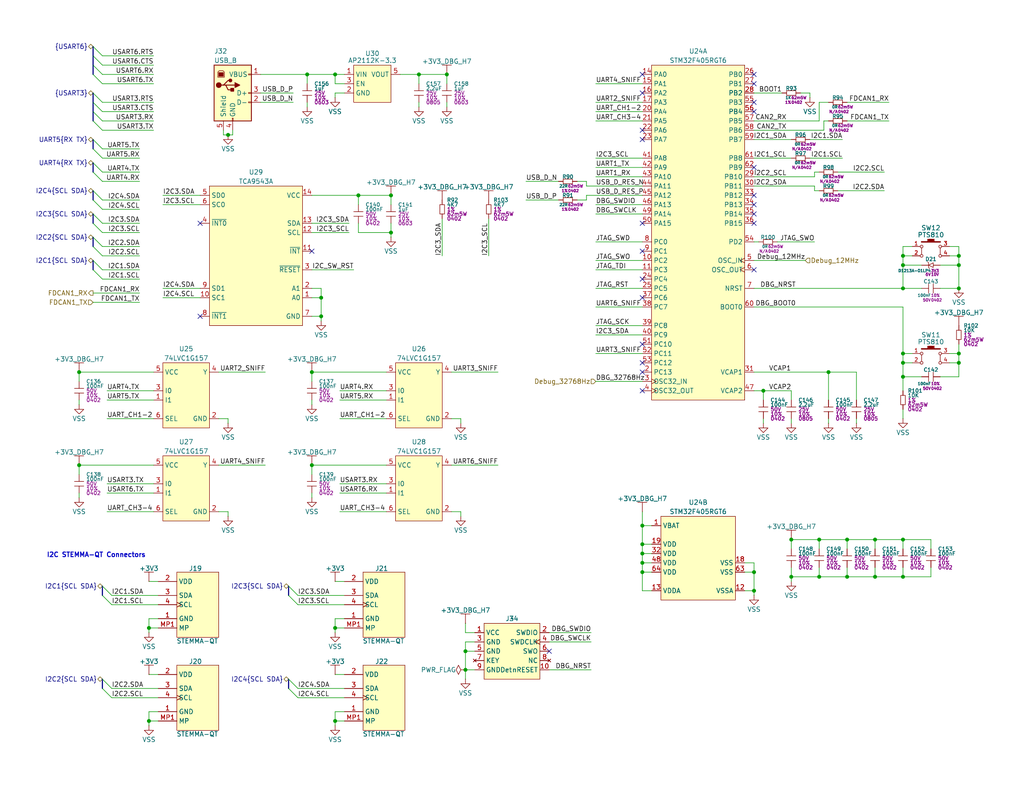
<source format=kicad_sch>
(kicad_sch (version 20250114) (generator "eeschema") (generator_version "9.0")
  (paper "USLetter")
  (title_block (title "STM32H7 Debugger") (date "2025-03-31") (rev "1") (comment 2 "PROTOTYPE") (comment 3 "2025"))
  (text "I2C STEMMA-QT Connectors" (at 12.7 152.4 0) (effects (font (size 1.27 1.27) (thickness 0.254) (bold yes)) (justify left bottom)))
  (junction (at 261.62 69.85))
  (junction (at 231.14 157.48))
  (junction (at 127 177.8))
  (junction (at 85.09 127))
  (junction (at 238.76 147.32))
  (junction (at 246.38 69.85))
  (junction (at 175.26 156.21))
  (junction (at 223.52 157.48))
  (junction (at 215.9 157.48))
  (junction (at 226.06 101.6))
  (junction (at 127 182.88))
  (junction (at 175.26 151.13))
  (junction (at 261.62 72.39))
  (junction (at 246.38 157.48))
  (junction (at 261.62 96.52))
  (junction (at 121.92 20.32))
  (junction (at 91.44 196.85))
  (junction (at 62.23 36.83))
  (junction (at 261.62 99.06))
  (junction (at 106.68 63.5))
  (junction (at 91.44 171.45))
  (junction (at 205.74 156.21))
  (junction (at 97.79 53.34))
  (junction (at 238.76 157.48))
  (junction (at 175.26 148.59))
  (junction (at 40.64 171.45))
  (junction (at 175.26 143.51))
  (junction (at 85.09 101.6))
  (junction (at 246.38 102.87))
  (junction (at 106.68 53.34))
  (junction (at 21.59 101.6))
  (junction (at 87.63 86.36))
  (junction (at 114.3 20.32))
  (junction (at 246.38 72.39))
  (junction (at 246.38 96.52))
  (junction (at 246.38 147.32))
  (junction (at 246.38 99.06))
  (junction (at 215.9 147.32))
  (junction (at 83.82 20.32))
  (junction (at 223.52 147.32))
  (junction (at 231.14 147.32))
  (junction (at 208.28 106.68))
  (junction (at 91.44 20.32))
  (junction (at 87.63 81.28))
  (junction (at 246.38 78.74))
  (junction (at 205.74 161.29))
  (junction (at 40.64 196.85))
  (junction (at 261.62 78.74))
  (junction (at 175.26 153.67))
  (junction (at 21.59 127))
  (no_connect (at 205.74 55.88))
  (no_connect (at 175.26 60.96))
  (no_connect (at 175.26 76.2))
  (no_connect (at 205.74 20.32))
  (no_connect (at 175.26 25.4))
  (no_connect (at 175.26 38.1))
  (no_connect (at 175.26 99.06))
  (no_connect (at 205.74 58.42))
  (no_connect (at 175.26 35.56))
  (no_connect (at 205.74 27.94))
  (no_connect (at 205.74 53.34))
  (no_connect (at 205.74 22.86))
  (no_connect (at 54.61 86.36))
  (no_connect (at 149.86 177.8))
  (no_connect (at 85.09 68.58))
  (no_connect (at 205.74 60.96))
  (no_connect (at 175.26 106.68))
  (no_connect (at 175.26 93.98))
  (no_connect (at 175.26 81.28))
  (no_connect (at 175.26 101.6))
  (no_connect (at 54.61 60.96))
  (no_connect (at 205.74 73.66))
  (no_connect (at 205.74 45.72))
  (no_connect (at 205.74 30.48))
  (no_connect (at 175.26 20.32))
  (no_connect (at 175.26 68.58))
  (bus_entry (at 30.48 187.96) (size -2.54 -2.54))
  (bus_entry (at 27.94 49.53) (size -2.54 -2.54))
  (bus_entry (at 27.94 33.02) (size -2.54 -2.54))
  (bus_entry (at 27.94 46.99) (size -2.54 -2.54))
  (bus_entry (at 27.94 67.31) (size -2.54 -2.54))
  (bus_entry (at 27.94 20.32) (size -2.54 -2.54))
  (bus_entry (at 27.94 73.66) (size -2.54 -2.54))
  (bus_entry (at 27.94 57.15) (size -2.54 -2.54))
  (bus_entry (at 30.48 190.5) (size -2.54 -2.54))
  (bus_entry (at 27.94 60.96) (size -2.54 -2.54))
  (bus_entry (at 81.28 190.5) (size -2.54 -2.54))
  (bus_entry (at 27.94 63.5) (size -2.54 -2.54))
  (bus_entry (at 27.94 30.48) (size -2.54 -2.54))
  (bus_entry (at 27.94 22.86) (size -2.54 -2.54))
  (bus_entry (at 27.94 35.56) (size -2.54 -2.54))
  (bus_entry (at 27.94 40.64) (size -2.54 -2.54))
  (bus_entry (at 81.28 165.1) (size -2.54 -2.54))
  (bus_entry (at 27.94 69.85) (size -2.54 -2.54))
  (bus_entry (at 27.94 43.18) (size -2.54 -2.54))
  (bus_entry (at 81.28 187.96) (size -2.54 -2.54))
  (bus_entry (at 27.94 15.24) (size -2.54 -2.54))
  (bus_entry (at 27.94 27.94) (size -2.54 -2.54))
  (bus_entry (at 27.94 17.78) (size -2.54 -2.54))
  (bus_entry (at 30.48 162.56) (size -2.54 -2.54))
  (bus_entry (at 81.28 162.56) (size -2.54 -2.54))
  (bus_entry (at 27.94 54.61) (size -2.54 -2.54))
  (bus_entry (at 27.94 76.2) (size -2.54 -2.54))
  (bus_entry (at 30.48 165.1) (size -2.54 -2.54))
  (wire (pts (xy 129.54 175.26) (xy 127 175.26)))
  (wire (pts (xy 222.25 50.8) (xy 205.74 50.8)))
  (wire (pts (xy 87.63 86.36) (xy 85.09 86.36)))
  (wire (pts (xy 63.5 35.56) (xy 63.5 36.83)))
  (wire (pts (xy 133.35 59.69) (xy 133.35 69.85)))
  (wire (pts (xy 97.79 63.5) (xy 106.68 63.5)))
  (wire (pts (xy 38.1 43.18) (xy 27.94 43.18)))
  (wire (pts (xy 175.26 143.51) (xy 177.8 143.51)))
  (bus (pts (xy 25.4 46.99) (xy 25.4 44.45)))
  (wire (pts (xy 205.74 38.1) (xy 215.9 38.1)))
  (wire (pts (xy 106.68 55.88) (xy 106.68 53.34)))
  (wire (pts (xy 149.86 182.88) (xy 161.29 182.88)))
  (wire (pts (xy 157.48 54.61) (xy 160.02 54.61)))
  (wire (pts (xy 208.28 106.68) (xy 208.28 109.22)))
  (wire (pts (xy 259.08 67.31) (xy 261.62 67.31)))
  (wire (pts (xy 114.3 20.32) (xy 109.22 20.32)))
  (wire (pts (xy 63.5 36.83) (xy 62.23 36.83)))
  (wire (pts (xy 91.44 20.32) (xy 93.98 20.32)))
  (wire (pts (xy 30.48 187.96) (xy 43.18 187.96)))
  (wire (pts (xy 223.52 27.94) (xy 223.52 33.02)))
  (wire (pts (xy 81.28 165.1) (xy 93.98 165.1)))
  (wire (pts (xy 238.76 157.48) (xy 231.14 157.48)))
  (wire (pts (xy 223.52 52.07) (xy 222.25 52.07)))
  (wire (pts (xy 248.92 67.31) (xy 246.38 67.31)))
  (wire (pts (xy 223.52 154.94) (xy 223.52 157.48)))
  (wire (pts (xy 81.28 190.5) (xy 93.98 190.5)))
  (wire (pts (xy 246.38 99.06) (xy 248.92 99.06)))
  (bus (pts (xy 25.4 54.61) (xy 25.4 52.07)))
  (wire (pts (xy 208.28 114.3) (xy 208.28 115.57)))
  (wire (pts (xy 92.71 109.22) (xy 105.41 109.22)))
  (wire (pts (xy 231.14 147.32) (xy 223.52 147.32)))
  (wire (pts (xy 238.76 147.32) (xy 238.76 149.86)))
  (wire (pts (xy 85.09 101.6) (xy 105.41 101.6)))
  (wire (pts (xy 97.79 53.34) (xy 106.68 53.34)))
  (wire (pts (xy 205.74 25.4) (xy 213.36 25.4)))
  (wire (pts (xy 256.54 72.39) (xy 261.62 72.39)))
  (wire (pts (xy 162.56 83.82) (xy 175.26 83.82)))
  (bus (pts (xy 25.4 60.96) (xy 25.4 58.42)))
  (wire (pts (xy 208.28 106.68) (xy 205.74 106.68)))
  (wire (pts (xy 38.1 54.61) (xy 27.94 54.61)))
  (wire (pts (xy 127 177.8) (xy 127 182.88)))
  (wire (pts (xy 224.79 35.56) (xy 205.74 35.56)))
  (wire (pts (xy 40.64 184.15) (xy 43.18 184.15)))
  (wire (pts (xy 38.1 67.31) (xy 27.94 67.31)))
  (wire (pts (xy 21.59 101.6) (xy 41.91 101.6)))
  (wire (pts (xy 87.63 81.28) (xy 87.63 86.36)))
  (wire (pts (xy 29.21 109.22) (xy 41.91 109.22)))
  (wire (pts (xy 215.9 106.68) (xy 208.28 106.68)))
  (wire (pts (xy 71.12 27.94) (xy 80.01 27.94)))
  (wire (pts (xy 220.98 38.1) (xy 229.87 38.1)))
  (wire (pts (xy 175.26 153.67) (xy 175.26 151.13)))
  (wire (pts (xy 162.56 22.86) (xy 175.26 22.86)))
  (wire (pts (xy 21.59 104.14) (xy 21.59 101.6)))
  (wire (pts (xy 114.3 27.94) (xy 114.3 29.21)))
  (wire (pts (xy 215.9 114.3) (xy 215.9 115.57)))
  (bus (pts (xy 25.4 25.4) (xy 25.4 27.94)))
  (wire (pts (xy 81.28 162.56) (xy 93.98 162.56)))
  (wire (pts (xy 175.26 139.7) (xy 175.26 143.51)))
  (wire (pts (xy 228.6 52.07) (xy 241.3 52.07)))
  (wire (pts (xy 91.44 26.67) (xy 91.44 25.4)))
  (bus (pts (xy 25.4 12.7) (xy 25.4 15.24)))
  (wire (pts (xy 223.52 27.94) (xy 226.06 27.94)))
  (wire (pts (xy 246.38 96.52) (xy 246.38 99.06)))
  (wire (pts (xy 44.45 53.34) (xy 54.61 53.34)))
  (wire (pts (xy 59.69 114.3) (xy 62.23 114.3)))
  (wire (pts (xy 41.91 33.02) (xy 27.94 33.02)))
  (wire (pts (xy 38.1 60.96) (xy 27.94 60.96)))
  (wire (pts (xy 222.25 46.99) (xy 222.25 48.26)))
  (wire (pts (xy 21.59 129.54) (xy 21.59 127)))
  (wire (pts (xy 215.9 109.22) (xy 215.9 106.68)))
  (wire (pts (xy 226.06 114.3) (xy 226.06 115.57)))
  (wire (pts (xy 93.98 168.91) (xy 91.44 168.91)))
  (wire (pts (xy 205.74 78.74) (xy 246.38 78.74)))
  (wire (pts (xy 162.56 33.02) (xy 175.26 33.02)))
  (wire (pts (xy 29.21 106.68) (xy 41.91 106.68)))
  (wire (pts (xy 246.38 72.39) (xy 246.38 78.74)))
  (wire (pts (xy 29.21 114.3) (xy 41.91 114.3)))
  (wire (pts (xy 29.21 139.7) (xy 41.91 139.7)))
  (wire (pts (xy 215.9 147.32) (xy 215.9 149.86)))
  (wire (pts (xy 62.23 140.97) (xy 62.23 139.7)))
  (wire (pts (xy 21.59 134.62) (xy 21.59 135.89)))
  (wire (pts (xy 259.08 69.85) (xy 261.62 69.85)))
  (bus (pts (xy 25.4 33.02) (xy 25.4 30.48)))
  (wire (pts (xy 175.26 156.21) (xy 175.26 153.67)))
  (wire (pts (xy 41.91 30.48) (xy 27.94 30.48)))
  (wire (pts (xy 205.74 162.56) (xy 205.74 161.29)))
  (wire (pts (xy 261.62 67.31) (xy 261.62 69.85)))
  (wire (pts (xy 21.59 109.22) (xy 21.59 110.49)))
  (wire (pts (xy 162.56 30.48) (xy 175.26 30.48)))
  (wire (pts (xy 254 157.48) (xy 246.38 157.48)))
  (wire (pts (xy 38.1 69.85) (xy 27.94 69.85)))
  (wire (pts (xy 44.45 81.28) (xy 54.61 81.28)))
  (wire (pts (xy 85.09 134.62) (xy 85.09 135.89)))
  (wire (pts (xy 106.68 64.77) (xy 106.68 63.5)))
  (bus (pts (xy 25.4 17.78) (xy 25.4 15.24)))
  (wire (pts (xy 41.91 15.24) (xy 27.94 15.24)))
  (wire (pts (xy 30.48 162.56) (xy 43.18 162.56)))
  (wire (pts (xy 233.68 101.6) (xy 226.06 101.6)))
  (wire (pts (xy 40.64 158.75) (xy 43.18 158.75)))
  (wire (pts (xy 40.64 171.45) (xy 43.18 171.45)))
  (wire (pts (xy 123.19 127) (xy 135.89 127)))
  (bus (pts (xy 25.4 30.48) (xy 25.4 27.94)))
  (wire (pts (xy 87.63 87.63) (xy 87.63 86.36)))
  (wire (pts (xy 41.91 27.94) (xy 27.94 27.94)))
  (wire (pts (xy 38.1 49.53) (xy 27.94 49.53)))
  (wire (pts (xy 97.79 60.96) (xy 97.79 63.5)))
  (wire (pts (xy 92.71 139.7) (xy 105.41 139.7)))
  (wire (pts (xy 38.1 63.5) (xy 27.94 63.5)))
  (wire (pts (xy 162.56 43.18) (xy 175.26 43.18)))
  (bus (pts (xy 78.74 187.96) (xy 78.74 185.42)))
  (wire (pts (xy 231.14 27.94) (xy 242.57 27.94)))
  (wire (pts (xy 43.18 168.91) (xy 40.64 168.91)))
  (wire (pts (xy 231.14 147.32) (xy 231.14 149.86)))
  (wire (pts (xy 85.09 129.54) (xy 85.09 127)))
  (wire (pts (xy 85.09 127) (xy 105.41 127)))
  (wire (pts (xy 205.74 66.04) (xy 207.01 66.04)))
  (wire (pts (xy 127 170.18) (xy 127 172.72)))
  (bus (pts (xy 78.74 162.56) (xy 78.74 160.02)))
  (wire (pts (xy 125.73 115.57) (xy 125.73 114.3)))
  (wire (pts (xy 160.02 53.34) (xy 175.26 53.34)))
  (wire (pts (xy 160.02 49.53) (xy 160.02 50.8)))
  (wire (pts (xy 248.92 96.52) (xy 246.38 96.52)))
  (wire (pts (xy 246.38 99.06) (xy 246.38 102.87)))
  (wire (pts (xy 85.09 81.28) (xy 87.63 81.28)))
  (wire (pts (xy 259.08 99.06) (xy 261.62 99.06)))
  (wire (pts (xy 224.79 33.02) (xy 224.79 35.56)))
  (wire (pts (xy 114.3 22.86) (xy 114.3 20.32)))
  (wire (pts (xy 40.64 172.72) (xy 40.64 171.45)))
  (wire (pts (xy 91.44 25.4) (xy 93.98 25.4)))
  (wire (pts (xy 231.14 157.48) (xy 223.52 157.48)))
  (wire (pts (xy 222.25 46.99) (xy 223.52 46.99)))
  (wire (pts (xy 91.44 168.91) (xy 91.44 171.45)))
  (wire (pts (xy 85.09 109.22) (xy 85.09 110.49)))
  (wire (pts (xy 246.38 102.87) (xy 246.38 106.68)))
  (wire (pts (xy 44.45 55.88) (xy 54.61 55.88)))
  (wire (pts (xy 162.56 78.74) (xy 175.26 78.74)))
  (wire (pts (xy 215.9 157.48) (xy 215.9 154.94)))
  (wire (pts (xy 162.56 55.88) (xy 175.26 55.88)))
  (wire (pts (xy 25.4 80.01) (xy 38.1 80.01)))
  (wire (pts (xy 205.74 83.82) (xy 246.38 83.82)))
  (wire (pts (xy 175.26 153.67) (xy 177.8 153.67)))
  (wire (pts (xy 83.82 20.32) (xy 91.44 20.32)))
  (wire (pts (xy 143.51 49.53) (xy 152.4 49.53)))
  (wire (pts (xy 223.52 33.02) (xy 205.74 33.02)))
  (wire (pts (xy 127 182.88) (xy 127 185.42)))
  (wire (pts (xy 41.91 35.56) (xy 27.94 35.56)))
  (wire (pts (xy 254 149.86) (xy 254 147.32)))
  (wire (pts (xy 83.82 20.32) (xy 83.82 22.86)))
  (wire (pts (xy 85.09 78.74) (xy 87.63 78.74)))
  (wire (pts (xy 231.14 33.02) (xy 242.57 33.02)))
  (wire (pts (xy 59.69 139.7) (xy 62.23 139.7)))
  (wire (pts (xy 246.38 111.76) (xy 246.38 114.3)))
  (wire (pts (xy 259.08 96.52) (xy 261.62 96.52)))
  (wire (pts (xy 41.91 17.78) (xy 27.94 17.78)))
  (wire (pts (xy 224.79 33.02) (xy 226.06 33.02)))
  (wire (pts (xy 83.82 27.94) (xy 83.82 29.21)))
  (bus (pts (xy 27.94 162.56) (xy 27.94 160.02)))
  (wire (pts (xy 91.44 196.85) (xy 93.98 196.85)))
  (wire (pts (xy 223.52 147.32) (xy 215.9 147.32)))
  (wire (pts (xy 143.51 54.61) (xy 152.4 54.61)))
  (wire (pts (xy 261.62 102.87) (xy 256.54 102.87)))
  (wire (pts (xy 157.48 49.53) (xy 160.02 49.53)))
  (wire (pts (xy 40.64 198.12) (xy 40.64 196.85)))
  (wire (pts (xy 129.54 177.8) (xy 127 177.8)))
  (wire (pts (xy 91.44 22.86) (xy 91.44 20.32)))
  (wire (pts (xy 238.76 154.94) (xy 238.76 157.48)))
  (wire (pts (xy 256.54 78.74) (xy 261.62 78.74)))
  (wire (pts (xy 38.1 57.15) (xy 27.94 57.15)))
  (wire (pts (xy 85.09 63.5) (xy 95.25 63.5)))
  (wire (pts (xy 120.65 59.69) (xy 120.65 69.85)))
  (wire (pts (xy 162.56 27.94) (xy 175.26 27.94)))
  (wire (pts (xy 127 175.26) (xy 127 177.8)))
  (wire (pts (xy 62.23 115.57) (xy 62.23 114.3)))
  (wire (pts (xy 222.25 48.26) (xy 205.74 48.26)))
  (wire (pts (xy 162.56 48.26) (xy 175.26 48.26)))
  (wire (pts (xy 25.4 82.55) (xy 38.1 82.55)))
  (wire (pts (xy 220.98 25.4) (xy 218.44 25.4)))
  (wire (pts (xy 60.96 36.83) (xy 60.96 35.56)))
  (wire (pts (xy 246.38 72.39) (xy 251.46 72.39)))
  (wire (pts (xy 205.74 71.12) (xy 219.71 71.12)))
  (wire (pts (xy 246.38 102.87) (xy 251.46 102.87)))
  (wire (pts (xy 223.52 147.32) (xy 223.52 149.86)))
  (wire (pts (xy 59.69 101.6) (xy 72.39 101.6)))
  (wire (pts (xy 127 182.88) (xy 129.54 182.88)))
  (wire (pts (xy 85.09 60.96) (xy 95.25 60.96)))
  (wire (pts (xy 246.38 69.85) (xy 248.92 69.85)))
  (wire (pts (xy 261.62 93.98) (xy 261.62 96.52)))
  (wire (pts (xy 162.56 73.66) (xy 175.26 73.66)))
  (wire (pts (xy 125.73 140.97) (xy 125.73 139.7)))
  (wire (pts (xy 162.56 71.12) (xy 175.26 71.12)))
  (wire (pts (xy 30.48 165.1) (xy 43.18 165.1)))
  (wire (pts (xy 220.98 26.67) (xy 220.98 25.4)))
  (wire (pts (xy 205.74 161.29) (xy 203.2 161.29)))
  (wire (pts (xy 246.38 157.48) (xy 238.76 157.48)))
  (wire (pts (xy 85.09 104.14) (xy 85.09 101.6)))
  (wire (pts (xy 254 154.94) (xy 254 157.48)))
  (wire (pts (xy 162.56 91.44) (xy 175.26 91.44)))
  (wire (pts (xy 233.68 109.22) (xy 233.68 101.6)))
  (wire (pts (xy 127 172.72) (xy 129.54 172.72)))
  (wire (pts (xy 228.6 46.99) (xy 241.3 46.99)))
  (wire (pts (xy 21.59 127) (xy 41.91 127)))
  (wire (pts (xy 85.09 53.34) (xy 97.79 53.34)))
  (wire (pts (xy 92.71 106.68) (xy 105.41 106.68)))
  (wire (pts (xy 222.25 52.07) (xy 222.25 50.8)))
  (wire (pts (xy 93.98 194.31) (xy 91.44 194.31)))
  (wire (pts (xy 162.56 96.52) (xy 175.26 96.52)))
  (wire (pts (xy 205.74 156.21) (xy 205.74 161.29)))
  (wire (pts (xy 71.12 25.4) (xy 80.01 25.4)))
  (wire (pts (xy 121.92 22.86) (xy 121.92 20.32)))
  (wire (pts (xy 254 147.32) (xy 246.38 147.32)))
  (wire (pts (xy 91.44 172.72) (xy 91.44 171.45)))
  (wire (pts (xy 177.8 161.29) (xy 175.26 161.29)))
  (bus (pts (xy 25.4 40.64) (xy 25.4 38.1)))
  (wire (pts (xy 203.2 156.21) (xy 205.74 156.21)))
  (wire (pts (xy 246.38 154.94) (xy 246.38 157.48)))
  (wire (pts (xy 91.44 158.75) (xy 93.98 158.75)))
  (wire (pts (xy 93.98 22.86) (xy 91.44 22.86)))
  (wire (pts (xy 29.21 134.62) (xy 41.91 134.62)))
  (wire (pts (xy 44.45 78.74) (xy 54.61 78.74)))
  (wire (pts (xy 261.62 72.39) (xy 261.62 78.74)))
  (wire (pts (xy 62.23 36.83) (xy 60.96 36.83)))
  (wire (pts (xy 223.52 157.48) (xy 215.9 157.48)))
  (wire (pts (xy 41.91 22.86) (xy 27.94 22.86)))
  (bus (pts (xy 25.4 73.66) (xy 25.4 71.12)))
  (wire (pts (xy 162.56 45.72) (xy 175.26 45.72)))
  (wire (pts (xy 149.86 172.72) (xy 161.29 172.72)))
  (wire (pts (xy 162.56 58.42) (xy 175.26 58.42)))
  (wire (pts (xy 38.1 40.64) (xy 27.94 40.64)))
  (wire (pts (xy 175.26 151.13) (xy 177.8 151.13)))
  (wire (pts (xy 92.71 134.62) (xy 105.41 134.62)))
  (wire (pts (xy 160.02 54.61) (xy 160.02 53.34)))
  (wire (pts (xy 175.26 151.13) (xy 175.26 148.59)))
  (wire (pts (xy 43.18 194.31) (xy 40.64 194.31)))
  (wire (pts (xy 41.91 20.32) (xy 27.94 20.32)))
  (wire (pts (xy 92.71 114.3) (xy 105.41 114.3)))
  (wire (pts (xy 246.38 78.74) (xy 251.46 78.74)))
  (wire (pts (xy 59.69 127) (xy 72.39 127)))
  (wire (pts (xy 175.26 156.21) (xy 177.8 156.21)))
  (bus (pts (xy 25.4 20.32) (xy 25.4 17.78)))
  (wire (pts (xy 91.44 194.31) (xy 91.44 196.85)))
  (wire (pts (xy 246.38 67.31) (xy 246.38 69.85)))
  (wire (pts (xy 246.38 69.85) (xy 246.38 72.39)))
  (wire (pts (xy 261.62 96.52) (xy 261.62 99.06)))
  (wire (pts (xy 40.64 168.91) (xy 40.64 171.45)))
  (wire (pts (xy 246.38 96.52) (xy 246.38 83.82)))
  (wire (pts (xy 92.71 132.08) (xy 105.41 132.08)))
  (wire (pts (xy 38.1 76.2) (xy 27.94 76.2)))
  (wire (pts (xy 91.44 184.15) (xy 93.98 184.15)))
  (wire (pts (xy 175.26 161.29) (xy 175.26 156.21)))
  (wire (pts (xy 212.09 66.04) (xy 222.25 66.04)))
  (wire (pts (xy 91.44 171.45) (xy 93.98 171.45)))
  (wire (pts (xy 149.86 175.26) (xy 161.29 175.26)))
  (wire (pts (xy 85.09 73.66) (xy 96.52 73.66)))
  (wire (pts (xy 203.2 153.67) (xy 205.74 153.67)))
  (wire (pts (xy 220.98 43.18) (xy 229.87 43.18)))
  (wire (pts (xy 162.56 104.14) (xy 175.26 104.14)))
  (wire (pts (xy 246.38 147.32) (xy 246.38 149.86)))
  (wire (pts (xy 231.14 154.94) (xy 231.14 157.48)))
  (wire (pts (xy 123.19 139.7) (xy 125.73 139.7)))
  (wire (pts (xy 87.63 78.74) (xy 87.63 81.28)))
  (wire (pts (xy 123.19 101.6) (xy 135.89 101.6)))
  (wire (pts (xy 121.92 20.32) (xy 114.3 20.32)))
  (wire (pts (xy 261.62 99.06) (xy 261.62 102.87)))
  (wire (pts (xy 205.74 43.18) (xy 215.9 43.18)))
  (wire (pts (xy 246.38 147.32) (xy 238.76 147.32)))
  (wire (pts (xy 175.26 148.59) (xy 175.26 143.51)))
  (wire (pts (xy 215.9 157.48) (xy 215.9 158.75)))
  (wire (pts (xy 71.12 20.32) (xy 83.82 20.32)))
  (wire (pts (xy 38.1 46.99) (xy 27.94 46.99)))
  (wire (pts (xy 226.06 101.6) (xy 205.74 101.6)))
  (wire (pts (xy 29.21 132.08) (xy 41.91 132.08)))
  (wire (pts (xy 162.56 66.04) (xy 175.26 66.04)))
  (wire (pts (xy 238.76 147.32) (xy 231.14 147.32)))
  (wire (pts (xy 121.92 27.94) (xy 121.92 29.21)))
  (wire (pts (xy 81.28 187.96) (xy 93.98 187.96)))
  (wire (pts (xy 226.06 109.22) (xy 226.06 101.6)))
  (wire (pts (xy 40.64 196.85) (xy 43.18 196.85)))
  (wire (pts (xy 91.44 198.12) (xy 91.44 196.85)))
  (wire (pts (xy 261.62 69.85) (xy 261.62 72.39)))
  (wire (pts (xy 40.64 194.31) (xy 40.64 196.85)))
  (wire (pts (xy 205.74 153.67) (xy 205.74 156.21)))
  (wire (pts (xy 30.48 190.5) (xy 43.18 190.5)))
  (wire (pts (xy 38.1 73.66) (xy 27.94 73.66)))
  (bus (pts (xy 25.4 67.31) (xy 25.4 64.77)))
  (wire (pts (xy 233.68 114.3) (xy 233.68 115.57)))
  (wire (pts (xy 160.02 50.8) (xy 175.26 50.8)))
  (bus (pts (xy 27.94 187.96) (xy 27.94 185.42)))
  (wire (pts (xy 97.79 55.88) (xy 97.79 53.34)))
  (wire (pts (xy 123.19 114.3) (xy 125.73 114.3)))
  (wire (pts (xy 162.56 88.9) (xy 175.26 88.9)))
  (wire (pts (xy 175.26 148.59) (xy 177.8 148.59)))
  (wire (pts (xy 106.68 60.96) (xy 106.68 63.5)))
  (label "USART6.RTS" (at 41.91 15.24 180))
  (label "USART3.RX" (at 92.71 132.08 0))
  (label "I2C3_SDA" (at 120.65 69.85 90))
  (label "USART6.RX" (at 92.71 134.62 0))
  (label "USART3.CTS" (at 41.91 30.48 180))
  (label "I2C4.SDA" (at 81.28 187.96 0))
  (label "UART4.TX" (at 38.1 46.99 180))
  (label "UART_CH3-4" (at 29.21 139.7 0))
  (label "I2C1.SCL" (at 38.1 76.2 180))
  (label "USART6.TX" (at 41.91 22.86 180))
  (label "I2C1.SDA" (at 38.1 73.66 180))
  (label "Debug_12MHz" (at 219.71 71.12 180))
  (label "I2C3.SCL" (at 38.1 63.5 180))
  (label "UART_CH3-4" (at 92.71 139.7 0))
  (label "USB_D_P" (at 80.01 25.4 180))
  (label "I2C4.SCL" (at 38.1 57.15 180))
  (label "I2C3.SCL" (at 44.45 55.88 0))
  (label "I2C_SW_RST" (at 96.52 73.66 180))
  (label "DBG_SWCLK" (at 161.29 175.26 180))
  (label "VCAP2" (at 215.9 106.68 180))
  (label "UART3_SNIFF" (at 135.89 101.6 180))
  (label "JTAG_TDI" (at 162.56 73.66 0))
  (label "UART1_RX" (at 162.56 48.26 0))
  (label "DBG_BOOT0" (at 217.17 83.82 180))
  (label "I2C3.SDA" (at 44.45 53.34 0))
  (label "UART5.TX" (at 29.21 109.22 0))
  (label "I2C4.SCL" (at 44.45 81.28 0))
  (label "UART5.RX" (at 92.71 109.22 0))
  (label "USB_D_N" (at 143.51 49.53 0))
  (label "UART4.RX" (at 38.1 49.53 180))
  (label "DBG_NRST" (at 161.29 182.88 180))
  (label "I2C2_SDA" (at 214.63 50.8 180))
  (label "USART3.TX" (at 29.21 132.08 0))
  (label "UART4_SNIFF" (at 72.39 127 180))
  (label "UART4.RX" (at 92.71 106.68 0))
  (label "I2C1_SDA" (at 214.63 38.1 180))
  (label "USART3.RTS" (at 41.91 27.94 180))
  (label "DBG_32768Hz" (at 162.56 104.14 0))
  (label "I2C4.SCL" (at 81.28 190.5 0))
  (label "I2C3_SCL" (at 95.25 63.5 180))
  (label "UART1_TX" (at 162.56 45.72 0))
  (label "USB_D_RES_P" (at 162.56 53.34 0))
  (label "FDCAN1_RX" (at 242.57 27.94 180))
  (label "I2C1_SCL" (at 214.63 43.18 180))
  (label "I2C3_SDA" (at 162.56 91.44 0))
  (label "USART6.RX" (at 41.91 20.32 180))
  (label "I2C3_SCL" (at 133.35 69.85 90))
  (label "UART6_SNIFF" (at 135.89 127 180))
  (label "I2C2.SCL" (at 30.48 190.5 0))
  (label "UART4_SNIFF" (at 162.56 22.86 0))
  (label "UART5.RX" (at 38.1 43.18 180))
  (label "BOOT1" (at 213.36 25.4 180))
  (label "I2C1.SCL" (at 30.48 165.1 0))
  (label "DBG_SWDIO" (at 161.29 172.72 180))
  (label "I2C2.SCL" (at 38.1 69.85 180))
  (label "FDCAN1_TX" (at 242.57 33.02 180))
  (label "I2C2.SDA" (at 241.3 52.07 180))
  (label "USART6.CTS" (at 41.91 17.78 180))
  (label "DBG_SWDIO" (at 162.56 55.88 0))
  (label "UART6_SNIFF" (at 162.56 83.82 0))
  (label "I2C2.SDA" (at 38.1 67.31 180))
  (label "FDCAN1_TX" (at 38.1 82.55 180))
  (label "I2C1.SCL" (at 229.87 43.18 180))
  (label "FDCAN1_RX" (at 38.1 80.01 180))
  (label "I2C4.SDA" (at 38.1 54.61 180))
  (label "USB_D_RES_N" (at 162.56 50.8 0))
  (label "USART3.TX" (at 41.91 35.56 180))
  (label "USB_D_N" (at 80.01 27.94 180))
  (label "JTAG_SCK" (at 162.56 88.9 0))
  (label "UART_CH1-2" (at 92.71 114.3 0))
  (label "CAN2_TX" (at 214.63 35.56 180))
  (label "UART_CH3-4" (at 162.56 33.02 0))
  (label "I2C3.SDA" (at 38.1 60.96 180))
  (label "I2C2_SCL" (at 214.63 48.26 180))
  (label "DBG_NRST" (at 217.17 78.74 180))
  (label "USB_D_P" (at 143.51 54.61 0))
  (label "VCAP1" (at 215.9 101.6 180))
  (label "JTAG_RST" (at 162.56 78.74 0))
  (label "CAN2_RX" (at 214.63 33.02 180))
  (label "I2C1.SDA" (at 30.48 162.56 0))
  (label "I2C3.SDA" (at 81.28 162.56 0))
  (label "I2C2.SDA" (at 30.48 187.96 0))
  (label "USART6.TX" (at 29.21 134.62 0))
  (label "I2C1.SDA" (at 229.87 38.1 180))
  (label "UART_CH1-2" (at 29.21 114.3 0))
  (label "UART3_SNIFF" (at 162.56 96.52 0))
  (label "I2C3_SDA" (at 95.25 60.96 180))
  (label "I2C4.SDA" (at 44.45 78.74 0))
  (label "USART3.RX" (at 41.91 33.02 180))
  (label "UART5.TX" (at 38.1 40.64 180))
  (label "UART_CH1-2" (at 162.56 30.48 0))
  (label "I2C3_SCL" (at 162.56 43.18 0))
  (label "UART2_SNIFF" (at 72.39 101.6 180))
  (label "DBG_SWCLK" (at 162.56 58.42 0))
  (label "JTAG_SWO" (at 162.56 71.12 0))
  (label "JTAG_SWD" (at 162.56 66.04 0))
  (label "UART4.TX" (at 29.21 106.68 0))
  (label "I2C3.SCL" (at 81.28 165.1 0))
  (label "JTAG_SWO" (at 222.25 66.04 180))
  (label "I2C2.SCL" (at 241.3 46.99 180))
  (label "UART2_SNIFF" (at 162.56 27.94 0))
  (hierarchical_label "I2C2{SCL SDA}" (shape bidirectional) (at 25.4 64.77 180))
  (hierarchical_label "FDCAN1_TX" (shape input) (at 25.4 82.55 180))
  (hierarchical_label "UART4{RX TX}" (shape bidirectional) (at 25.4 44.45 180))
  (hierarchical_label "Debug_12MHz" (shape input) (at 219.71 71.12 0))
  (hierarchical_label "{USART3}" (shape bidirectional) (at 25.4 25.4 180))
  (hierarchical_label "Debug_32768Hz" (shape input) (at 162.56 104.14 180))
  (hierarchical_label "I2C1{SCL SDA}" (shape bidirectional) (at 27.94 160.02 180))
  (hierarchical_label "I2C3{SCL SDA}" (shape bidirectional) (at 78.74 160.02 180))
  (hierarchical_label "I2C1{SCL SDA}" (shape bidirectional) (at 25.4 71.12 180))
  (hierarchical_label "FDCAN1_RX" (shape output) (at 25.4 80.01 180))
  (hierarchical_label "I2C2{SCL SDA}" (shape bidirectional) (at 27.94 185.42 180))
  (hierarchical_label "{USART6}" (shape bidirectional) (at 25.4 12.7 180))
  (hierarchical_label "I2C3{SCL SDA}" (shape bidirectional) (at 25.4 58.42 180))
  (hierarchical_label "UART5{RX TX}" (shape bidirectional) (at 25.4 38.1 180))
  (hierarchical_label "I2C4{SCL SDA}" (shape bidirectional) (at 25.4 52.07 180))
  (hierarchical_label "I2C4{SCL SDA}" (shape bidirectional) (at 78.74 185.42 180))
  (symbol (lib_id "lib_pwr:VSS") (at 40.64 172.72 0) (unit 1)
    (property "Reference" "#PWR0196" (effects (hide yes)))
    (property "Value" "VSS" (at 40.64 176.53 0))
  )
  (symbol (lib_id "lib_pwr:VSS") (at 21.59 135.89 0) (unit 1)
    (property "Reference" "#PWR0315" (effects (hide yes)))
    (property "Value" "VSS" (at 21.59 139.7 0))
  )
  (symbol (lib_id "lib_sch:AP2112K") (at 101.6 22.86 0) (unit 1)
    (property "Reference" "U30" (at 101.6 14.605 0))
    (property "Value" "AP2112K-3.3" (at 101.6 16.51 0))
    (property "Footprint" "lib_ICs:SOT25" (effects (hide yes)))
    (property "Datasheet" "datasheets/Diodes-Incorporated-AP2112.pdf" (effects (hide yes)))
    (property "Description" "IC REG LINEAR 3.3V 600MA SOT-25" (effects (hide yes)))
    (property "Manufacturer" "Diodes Incorporated" (effects (hide yes)))
    (property "MPN" "AP2112K-3.3TRG1" (effects (hide yes)))
    (property "DKPN" "AP2112K-3.3TRG1DICT-ND" (effects (hide yes)))
  )
  (symbol (lib_id "lib_sch:R_horizontal") (at 218.44 43.18 0) (unit 1)
    (property "Reference" "R97" (at 218.44 41.91 0) (effects (font (size 1.016 1.016))))
    (property "Value" "0R" (at 218.44 44.45 0) (effects (font (size 0.762 0.762)) (justify right)))
    (property "Footprint" "lib_passives:CRCW0402" (effects (hide yes)))
    (property "Datasheet" "datasheets/Vishay-Dale-DCRCWe3.pdf" (effects (hide yes)))
    (property "Description" "RES SMD 0 OHM JUMPER 1/16W 0402" (effects (hide yes)))
    (property "Manufacturer" "Vishay Dale" (effects (hide yes)))
    (property "MPN" "CRCW04020000Z0ED" (effects (hide yes)))
    (property "DKPN" "541-0.0JCT-ND" (effects (hide yes)))
    (property "Tolerance" "N/A" (at 218.44 45.72 0) (effects (font (size 0.762 0.762)) (justify right)))
    (property "Power Rating" "62m5W" (at 218.44 44.45 0) (effects (font (size 0.762 0.762)) (justify left)))
    (property "Package" "0402" (at 218.44 45.72 0) (effects (font (size 0.762 0.762)) (justify left)))
  )
  (symbol (lib_id "lib_sch:R_horizontal") (at 226.06 46.99 0) (unit 1)
    (property "Reference" "R98" (at 226.06 45.72 0) (effects (font (size 1.016 1.016))))
    (property "Value" "0R" (at 226.06 48.26 0) (effects (font (size 0.762 0.762)) (justify right)))
    (property "Footprint" "lib_passives:CRCW0402" (effects (hide yes)))
    (property "Datasheet" "datasheets/Vishay-Dale-DCRCWe3.pdf" (effects (hide yes)))
    (property "Description" "RES SMD 0 OHM JUMPER 1/16W 0402" (effects (hide yes)))
    (property "Manufacturer" "Vishay Dale" (effects (hide yes)))
    (property "MPN" "CRCW04020000Z0ED" (effects (hide yes)))
    (property "DKPN" "541-0.0JCT-ND" (effects (hide yes)))
    (property "Tolerance" "N/A" (at 226.06 49.53 0) (effects (font (size 0.762 0.762)) (justify right)))
    (property "Power Rating" "62m5W" (at 226.06 48.26 0) (effects (font (size 0.762 0.762)) (justify left)))
    (property "Package" "0402" (at 226.06 49.53 0) (effects (font (size 0.762 0.762)) (justify left)))
  )
  (symbol (lib_id "lib_pwr:+3V3_DBG_H7") (at 106.68 53.34 0) (unit 1)
    (property "Reference" "#PWR0360" (effects (hide yes)))
    (property "Value" "+3V3_DBG_H7" (at 106.68 49.784 0))
  )
  (symbol (lib_id "lib_sch:74LVC1G157") (at 114.3 107.95 0) (unit 1)
    (property "Reference" "U26" (at 114.3 95.25 0))
    (property "Value" "74LVC1G157" (at 114.3 97.79 0))
    (property "Footprint" "lib_ICs:TSOP95P275X110-6" (effects (hide yes)))
    (property "Datasheet" "datasheets/Nexperia-74LVC1G157.pdf" (effects (hide yes)))
    (property "Description" "IC MULTIPLEXER 1 X 2:1 6TSSOP" (effects (hide yes)))
    (property "Manufacturer" "Nexperia USA Inc." (effects (hide yes)))
    (property "MPN" "74LVC1G157GW,125" (effects (hide yes)))
    (property "DKPN" "1727-3491-1-ND" (effects (hide yes)))
  )
  (symbol (lib_id "lib_pwr:VSS") (at 233.68 115.57 0) (unit 1)
    (property "Reference" "#PWR0328" (effects (hide yes)))
    (property "Value" "VSS" (at 233.68 119.38 0))
  )
  (symbol (lib_id "lib_pwr:VSS") (at 85.09 135.89 0) (unit 1)
    (property "Reference" "#PWR0318" (effects (hide yes)))
    (property "Value" "VSS" (at 85.09 139.7 0))
  )
  (symbol (lib_id "lib_sch:STEMMA-QT") (at 101.6 190.5 0) (unit 1)
    (property "Reference" "J22" (at 104.14 180.594 0))
    (property "Value" "STEMMA-QT" (at 104.648 200.406 0))
    (property "Footprint" "lib_connectors:JST_SH_BM04B-SRSS-TB" (effects (hide yes)))
    (property "Datasheet" "datasheets/JST-SH-Series.pdf" (effects (hide yes)))
    (property "Description" "CONN HEADER SMD 4POS 1MM" (effects (hide yes)))
    (property "Manufacturer" "JST Sales America Inc." (effects (hide yes)))
    (property "MPN" "BM04B-SRSS-TB" (effects (hide yes)))
    (property "DKPN" "455-BM04B-SRSS-TBCT-ND" (effects (hide yes)))
  )
  (symbol (lib_id "lib_sch:STEMMA-QT") (at 50.8 165.1 0) (unit 1)
    (property "Reference" "J19" (at 53.34 155.194 0))
    (property "Value" "STEMMA-QT" (at 53.848 175.006 0))
    (property "Footprint" "lib_connectors:JST_SH_BM04B-SRSS-TB" (effects (hide yes)))
    (property "Datasheet" "datasheets/JST-SH-Series.pdf" (effects (hide yes)))
    (property "Description" "CONN HEADER SMD 4POS 1MM" (effects (hide yes)))
    (property "Manufacturer" "JST Sales America Inc." (effects (hide yes)))
    (property "MPN" "BM04B-SRSS-TB" (effects (hide yes)))
    (property "DKPN" "455-BM04B-SRSS-TBCT-ND" (effects (hide yes)))
  )
  (symbol (lib_id "lib_pwr:VSS") (at 127 185.42 0) (unit 1)
    (property "Reference" "#PWR0311" (effects (hide yes)))
    (property "Value" "VSS" (at 127 189.23 0))
  )
  (symbol (lib_id "lib_sch:USB_B") (at 63.5 25.4 0) (unit 1)
    (property "Reference" "J32" (at 58.42 13.97 0) (effects (justify left)))
    (property "Value" "USB_B" (at 58.42 16.51 0) (effects (justify left)))
    (property "Footprint" "lib_connectors:M701-330442" (effects (hide yes)))
    (property "Datasheet" "datasheets/Harwin-M701-330442.pdf" (effects (hide yes)))
    (property "Description" "CONN RCPT USB2.0 TYPEB 4POS VERT" (effects (hide yes)))
    (property "Manufacturer" "Harwin Inc." (effects (hide yes)))
    (property "MPN" "M701-330442" (effects (hide yes)))
    (property "DKPN" "952-1767-ND" (effects (hide yes)))
  )
  (symbol (lib_id "lib_sch:C") (at 231.14 152.4 0) (unit 1)
    (property "Reference" "C150" (at 233.045 149.86 0) (effects (font (size 1.016 1.016)) (justify left)))
    (property "Value" "100nF" (at 233.045 151.13 0) (effects (font (size 1.016 1.016)) (justify left)))
    (property "Footprint" "lib_passives:GCM0402" (effects (hide yes)))
    (property "Datasheet" "datasheets/Murata-Electronics-GRT155R71H104KE01.pdf" (effects (hide yes)))
    (property "Description" "CAP CER 0.1UF 50V X7R 0402" (effects (hide yes)))
    (property "Manufacturer" "Murata Electronics" (effects (hide yes)))
    (property "MPN" "GRT155R71H104KE01D" (effects (hide yes)))
    (property "DKPN" "490-GRT155R71H104KE01DCT-ND" (effects (hide yes)))
    (property "Tolerance" "10%" (at 233.045 153.67 0) (effects (font (size 1.016 1.016)) (justify left)))
    (property "Voltage Rating" "50V" (at 233.045 152.4 0) (effects (font (size 1.016 1.016)) (justify left)))
    (property "Package" "0402" (at 233.045 154.94 0) (effects (font (size 1.016 1.016)) (justify left)))
  )
  (symbol (lib_id "lib_sch:C") (at 215.9 152.4 0) (unit 1)
    (property "Reference" "C148" (at 217.805 149.86 0) (effects (font (size 1.016 1.016)) (justify left)))
    (property "Value" "100nF" (at 217.805 151.13 0) (effects (font (size 1.016 1.016)) (justify left)))
    (property "Footprint" "lib_passives:GCM0402" (effects (hide yes)))
    (property "Datasheet" "datasheets/Murata-Electronics-GRT155R71H104KE01.pdf" (effects (hide yes)))
    (property "Description" "CAP CER 0.1UF 50V X7R 0402" (effects (hide yes)))
    (property "Manufacturer" "Murata Electronics" (effects (hide yes)))
    (property "MPN" "GRT155R71H104KE01D" (effects (hide yes)))
    (property "DKPN" "490-GRT155R71H104KE01DCT-ND" (effects (hide yes)))
    (property "Tolerance" "10%" (at 217.805 153.67 0) (effects (font (size 1.016 1.016)) (justify left)))
    (property "Voltage Rating" "50V" (at 217.805 152.4 0) (effects (font (size 1.016 1.016)) (justify left)))
    (property "Package" "0402" (at 217.805 154.94 0) (effects (font (size 1.016 1.016)) (justify left)))
  )
  (symbol (lib_id "lib_pwr:VSS") (at 85.09 110.49 0) (unit 1)
    (property "Reference" "#PWR0312" (effects (hide yes)))
    (property "Value" "VSS" (at 85.09 114.3 0))
  )
  (symbol (lib_id "lib_sch:C") (at 97.79 58.42 0) (unit 1)
    (property "Reference" "C140" (at 99.695 55.88 0) (effects (font (size 1.016 1.016)) (justify left)))
    (property "Value" "100nF" (at 99.695 57.15 0) (effects (font (size 1.016 1.016)) (justify left)))
    (property "Footprint" "lib_passives:GCM0402" (effects (hide yes)))
    (property "Datasheet" "datasheets/Murata-Electronics-GRT155R71H104KE01.pdf" (effects (hide yes)))
    (property "Description" "CAP CER 0.1UF 50V X7R 0402" (effects (hide yes)))
    (property "Manufacturer" "Murata Electronics" (effects (hide yes)))
    (property "MPN" "GRT155R71H104KE01D" (effects (hide yes)))
    (property "DKPN" "490-GRT155R71H104KE01DCT-ND" (effects (hide yes)))
    (property "Tolerance" "10%" (at 99.695 59.69 0) (effects (font (size 1.016 1.016)) (justify left)))
    (property "Voltage Rating" "50V" (at 99.695 58.42 0) (effects (font (size 1.016 1.016)) (justify left)))
    (property "Package" "0402" (at 99.695 60.96 0) (effects (font (size 1.016 1.016)) (justify left)))
  )
  (symbol (lib_id "lib_pwr:VSS") (at 246.38 114.3 0) (unit 1)
    (property "Reference" "#PWR0327" (effects (hide yes)))
    (property "Value" "VSS" (at 246.38 118.11 0))
  )
  (symbol (lib_id "lib_pwr:VSS") (at 62.23 115.57 0) (unit 1)
    (property "Reference" "#PWR0309" (effects (hide yes)))
    (property "Value" "VSS" (at 62.23 119.38 0))
  )
  (symbol (lib_id "lib_pwr:VSS") (at 121.92 29.21 0) (unit 1)
    (property "Reference" "#PWR0345" (effects (hide yes)))
    (property "Value" "VSS" (at 121.92 33.02 0))
  )
  (symbol (lib_id "lib_sch:C") (at 246.38 152.4 0) (unit 1)
    (property "Reference" "C152" (at 248.285 149.86 0) (effects (font (size 1.016 1.016)) (justify left)))
    (property "Value" "100nF" (at 248.285 151.13 0) (effects (font (size 1.016 1.016)) (justify left)))
    (property "Footprint" "lib_passives:GCM0402" (effects (hide yes)))
    (property "Datasheet" "datasheets/Murata-Electronics-GRT155R71H104KE01.pdf" (effects (hide yes)))
    (property "Description" "CAP CER 0.1UF 50V X7R 0402" (effects (hide yes)))
    (property "Manufacturer" "Murata Electronics" (effects (hide yes)))
    (property "MPN" "GRT155R71H104KE01D" (effects (hide yes)))
    (property "DKPN" "490-GRT155R71H104KE01DCT-ND" (effects (hide yes)))
    (property "Tolerance" "10%" (at 248.285 153.67 0) (effects (font (size 1.016 1.016)) (justify left)))
    (property "Voltage Rating" "50V" (at 248.285 152.4 0) (effects (font (size 1.016 1.016)) (justify left)))
    (property "Package" "0402" (at 248.285 154.94 0) (effects (font (size 1.016 1.016)) (justify left)))
  )
  (symbol (lib_id "lib_sch:R_horizontal") (at 209.55 66.04 0) (unit 1)
    (property "Reference" "R100" (at 209.55 64.77 0) (effects (font (size 1.016 1.016))))
    (property "Value" "0R" (at 209.55 67.31 0) (effects (font (size 0.762 0.762)) (justify right)))
    (property "Footprint" "lib_passives:CRCW0402" (effects (hide yes)))
    (property "Datasheet" "datasheets/Vishay-Dale-DCRCWe3.pdf" (effects (hide yes)))
    (property "Description" "RES SMD 0 OHM JUMPER 1/16W 0402" (effects (hide yes)))
    (property "Manufacturer" "Vishay Dale" (effects (hide yes)))
    (property "MPN" "CRCW04020000Z0ED" (effects (hide yes)))
    (property "DKPN" "541-0.0JCT-ND" (effects (hide yes)))
    (property "Tolerance" "N/A" (at 209.55 68.58 0) (effects (font (size 0.762 0.762)) (justify right)))
    (property "Power Rating" "62m5W" (at 209.55 67.31 0) (effects (font (size 0.762 0.762)) (justify left)))
    (property "Package" "0402" (at 209.55 68.58 0) (effects (font (size 0.762 0.762)) (justify left)))
  )
  (symbol (lib_id "lib_sch:C") (at 106.68 58.42 0) (unit 1)
    (property "Reference" "C141" (at 108.585 55.88 0) (effects (font (size 1.016 1.016)) (justify left)))
    (property "Value" "1uF" (at 108.585 57.15 0) (effects (font (size 1.016 1.016)) (justify left)))
    (property "Footprint" "lib_passives:GRT0603" (effects (hide yes)))
    (property "Datasheet" "datasheets/Murata-Electronics-GRT188R71E105KE13.pdf" (effects (hide yes)))
    (property "Description" "CAP CER 1UF 25V X7R 0603" (effects (hide yes)))
    (property "Manufacturer" "Murata Electronics" (effects (hide yes)))
    (property "MPN" "GRT188R71E105KE13D" (effects (hide yes)))
    (property "DKPN" "490-GRT188R71E105KE13DCT-ND" (effects (hide yes)))
    (property "Tolerance" "10%" (at 108.585 59.69 0) (effects (font (size 1.016 1.016)) (justify left)))
    (property "Voltage Rating" "25V" (at 108.585 58.42 0) (effects (font (size 1.016 1.016)) (justify left)))
    (property "Package" "0603" (at 108.585 60.96 0) (effects (font (size 1.016 1.016)) (justify left)))
  )
  (symbol (lib_id "lib_pwr:+3V3_DBG_H7") (at 175.26 139.7 0) (unit 1)
    (property "Reference" "#PWR0359" (effects (hide yes)))
    (property "Value" "+3V3_DBG_H7" (at 175.26 136.144 0))
  )
  (symbol (lib_id "lib_sch:SPST-NO Button") (at 254 68.58 0) (unit 1)
    (property "Reference" "SW12" (at 254 62.23 0))
    (property "Value" "PTS810" (at 254 64.135 0))
    (property "Footprint" "lib_switches:PTS810" (effects (hide yes)))
    (property "Datasheet" "datasheets/C&K-PTS810.pdf" (effects (hide yes)))
    (property "Description" "SWITCH TACTILE SPST-NO 0.05A 16V" (effects (hide yes)))
    (property "Manufacturer" "C&K" (effects (hide yes)))
    (property "MPN" "PTS810SJM250SMTR LFS" (effects (hide yes)))
    (property "DKPN" "CKN10502CT-ND" (effects (hide yes)))
  )
  (symbol (lib_id "lib_pwr:+3V3_DBG_H7") (at 21.59 101.6 0) (unit 1)
    (property "Reference" "#PWR0365" (effects (hide yes)))
    (property "Value" "+3V3_DBG_H7" (at 21.59 98.044 0))
  )
  (symbol (lib_id "lib_pwr:VSS") (at 91.44 26.67 0) (unit 1)
    (property "Reference" "#PWR0343" (effects (hide yes)))
    (property "Value" "VSS" (at 91.44 30.48 0))
  )
  (symbol (lib_id "lib_sch:C") (at 85.09 106.68 0) (unit 1)
    (property "Reference" "C137" (at 86.995 104.14 0) (effects (font (size 1.016 1.016)) (justify left)))
    (property "Value" "100nF" (at 86.995 105.41 0) (effects (font (size 1.016 1.016)) (justify left)))
    (property "Footprint" "lib_passives:GCM0402" (effects (hide yes)))
    (property "Datasheet" "datasheets/Murata-Electronics-GRT155R71H104KE01.pdf" (effects (hide yes)))
    (property "Description" "CAP CER 0.1UF 50V X7R 0402" (effects (hide yes)))
    (property "Manufacturer" "Murata Electronics" (effects (hide yes)))
    (property "MPN" "GRT155R71H104KE01D" (effects (hide yes)))
    (property "DKPN" "490-GRT155R71H104KE01DCT-ND" (effects (hide yes)))
    (property "Tolerance" "10%" (at 86.995 107.95 0) (effects (font (size 1.016 1.016)) (justify left)))
    (property "Voltage Rating" "50V" (at 86.995 106.68 0) (effects (font (size 1.016 1.016)) (justify left)))
    (property "Package" "0402" (at 86.995 109.22 0) (effects (font (size 1.016 1.016)) (justify left)))
  )
  (symbol (lib_id "lib_sch:R") (at 133.35 57.15 0) (unit 1)
    (property "Reference" "R103" (at 134.62 54.61 0) (effects (font (size 1.016 1.016)) (justify left)))
    (property "Value" "4K7" (at 134.62 55.88 0) (effects (font (size 1.016 1.016)) (justify left)))
    (property "Footprint" "lib_passives:CRCW0402" (effects (hide yes)))
    (property "Datasheet" "datasheets/Vishay-Dale-DCRCWe3.pdf" (effects (hide yes)))
    (property "Description" "RES SMD 4.7K OHM 1% 1/16W 0402" (effects (hide yes)))
    (property "Manufacturer" "Vishay Dale" (effects (hide yes)))
    (property "MPN" "CRCW04024K70FKED" (effects (hide yes)))
    (property "DKPN" "541-4.70KLCT-ND" (effects (hide yes)))
    (property "Tolerance" "1%" (at 134.62 57.15 0) (effects (font (size 1.016 1.016)) (justify left)))
    (property "Power Rating" "62m5W" (at 134.62 58.42 0) (effects (font (size 1.016 1.016)) (justify left)))
    (property "Package" "0402" (at 134.62 59.69 0) (effects (font (size 1.016 1.016)) (justify left)))
  )
  (symbol (lib_id "lib_sch:STEMMA-QT") (at 50.8 190.5 0) (unit 1)
    (property "Reference" "J20" (at 53.34 180.594 0))
    (property "Value" "STEMMA-QT" (at 53.848 200.406 0))
    (property "Footprint" "lib_connectors:JST_SH_BM04B-SRSS-TB" (effects (hide yes)))
    (property "Datasheet" "datasheets/JST-SH-Series.pdf" (effects (hide yes)))
    (property "Description" "CONN HEADER SMD 4POS 1MM" (effects (hide yes)))
    (property "Manufacturer" "JST Sales America Inc." (effects (hide yes)))
    (property "MPN" "BM04B-SRSS-TB" (effects (hide yes)))
    (property "DKPN" "455-BM04B-SRSS-TBCT-ND" (effects (hide yes)))
  )
  (symbol (lib_id "lib_sch:C") (at 21.59 106.68 0) (unit 1)
    (property "Reference" "C136" (at 23.495 104.14 0) (effects (font (size 1.016 1.016)) (justify left)))
    (property "Value" "100nF" (at 23.495 105.41 0) (effects (font (size 1.016 1.016)) (justify left)))
    (property "Footprint" "lib_passives:GCM0402" (effects (hide yes)))
    (property "Datasheet" "datasheets/Murata-Electronics-GRT155R71H104KE01.pdf" (effects (hide yes)))
    (property "Description" "CAP CER 0.1UF 50V X7R 0402" (effects (hide yes)))
    (property "Manufacturer" "Murata Electronics" (effects (hide yes)))
    (property "MPN" "GRT155R71H104KE01D" (effects (hide yes)))
    (property "DKPN" "490-GRT155R71H104KE01DCT-ND" (effects (hide yes)))
    (property "Tolerance" "10%" (at 23.495 107.95 0) (effects (font (size 1.016 1.016)) (justify left)))
    (property "Voltage Rating" "50V" (at 23.495 106.68 0) (effects (font (size 1.016 1.016)) (justify left)))
    (property "Package" "0402" (at 23.495 109.22 0) (effects (font (size 1.016 1.016)) (justify left)))
  )
  (symbol (lib_id "lib_pwr:+3V3_DBG_H7") (at 85.09 127 0) (unit 1)
    (property "Reference" "#PWR0363" (effects (hide yes)))
    (property "Value" "+3V3_DBG_H7" (at 85.09 123.444 0))
  )
  (symbol (lib_id "lib_pwr:VSS") (at 205.74 162.56 0) (unit 1)
    (property "Reference" "#PWR0334" (effects (hide yes)))
    (property "Value" "VSS" (at 205.74 166.37 0))
  )
  (symbol (lib_id "lib_pwr:VSS") (at 114.3 29.21 0) (unit 1)
    (property "Reference" "#PWR0344" (effects (hide yes)))
    (property "Value" "VSS" (at 114.3 33.02 0))
  )
  (symbol (lib_id "lib_sch:C") (at 21.59 132.08 0) (unit 1)
    (property "Reference" "C138" (at 23.495 129.54 0) (effects (font (size 1.016 1.016)) (justify left)))
    (property "Value" "100nF" (at 23.495 130.81 0) (effects (font (size 1.016 1.016)) (justify left)))
    (property "Footprint" "lib_passives:GCM0402" (effects (hide yes)))
    (property "Datasheet" "datasheets/Murata-Electronics-GRT155R71H104KE01.pdf" (effects (hide yes)))
    (property "Description" "CAP CER 0.1UF 50V X7R 0402" (effects (hide yes)))
    (property "Manufacturer" "Murata Electronics" (effects (hide yes)))
    (property "MPN" "GRT155R71H104KE01D" (effects (hide yes)))
    (property "DKPN" "490-GRT155R71H104KE01DCT-ND" (effects (hide yes)))
    (property "Tolerance" "10%" (at 23.495 133.35 0) (effects (font (size 1.016 1.016)) (justify left)))
    (property "Voltage Rating" "50V" (at 23.495 132.08 0) (effects (font (size 1.016 1.016)) (justify left)))
    (property "Package" "0402" (at 23.495 134.62 0) (effects (font (size 1.016 1.016)) (justify left)))
  )
  (symbol (lib_id "lib_sch:C") (at 254 152.4 0) (unit 1)
    (property "Reference" "C153" (at 255.905 149.86 0) (effects (font (size 1.016 1.016)) (justify left)))
    (property "Value" "100nF" (at 255.905 151.13 0) (effects (font (size 1.016 1.016)) (justify left)))
    (property "Footprint" "lib_passives:GCM0402" (effects (hide yes)))
    (property "Datasheet" "datasheets/Murata-Electronics-GRT155R71H104KE01.pdf" (effects (hide yes)))
    (property "Description" "CAP CER 0.1UF 50V X7R 0402" (effects (hide yes)))
    (property "Manufacturer" "Murata Electronics" (effects (hide yes)))
    (property "MPN" "GRT155R71H104KE01D" (effects (hide yes)))
    (property "DKPN" "490-GRT155R71H104KE01DCT-ND" (effects (hide yes)))
    (property "Tolerance" "10%" (at 255.905 153.67 0) (effects (font (size 1.016 1.016)) (justify left)))
    (property "Voltage Rating" "50V" (at 255.905 152.4 0) (effects (font (size 1.016 1.016)) (justify left)))
    (property "Package" "0402" (at 255.905 154.94 0) (effects (font (size 1.016 1.016)) (justify left)))
  )
  (symbol (lib_id "lib_sch:SPST-NO Button") (at 254 97.79 0) (unit 1)
    (property "Reference" "SW11" (at 254 91.44 0))
    (property "Value" "PTS810" (at 254 93.345 0))
    (property "Footprint" "lib_switches:PTS810" (effects (hide yes)))
    (property "Datasheet" "datasheets/C&K-PTS810.pdf" (effects (hide yes)))
    (property "Description" "SWITCH TACTILE SPST-NO 0.05A 16V" (effects (hide yes)))
    (property "Manufacturer" "C&K" (effects (hide yes)))
    (property "MPN" "PTS810SJM250SMTR LFS" (effects (hide yes)))
    (property "DKPN" "CKN10502CT-ND" (effects (hide yes)))
  )
  (symbol (lib_id "lib_sch:C_horizontal") (at 254 78.74 0) (unit 1)
    (property "Reference" "C143" (at 254 76.835 0) (effects (font (size 1.016 1.016))))
    (property "Value" "100nF" (at 254 80.645 0) (effects (font (size 0.762 0.762)) (justify right)))
    (property "Footprint" "lib_passives:GCM0402" (effects (hide yes)))
    (property "Datasheet" "datasheets/Murata-Electronics-GRT155R71H104KE01.pdf" (effects (hide yes)))
    (property "Description" "CAP CER 0.1UF 50V X7R 0402" (effects (hide yes)))
    (property "Manufacturer" "Murata Electronics" (effects (hide yes)))
    (property "MPN" "GRT155R71H104KE01D" (effects (hide yes)))
    (property "DKPN" "490-GRT155R71H104KE01DCT-ND" (effects (hide yes)))
    (property "Voltage Rating" "50V" (at 254 81.915 0) (effects (font (size 0.762 0.762)) (justify right)))
    (property "Package" "0402" (at 254 81.915 0) (effects (font (size 0.762 0.762)) (justify left)))
    (property "Tolerance" "10%" (at 254 80.645 0) (effects (font (size 0.762 0.762)) (justify left)))
  )
  (symbol (lib_id "lib_pwr:VSS") (at 91.44 198.12 0) (unit 1)
    (property "Reference" "#PWR0199" (effects (hide yes)))
    (property "Value" "VSS" (at 91.44 201.93 0))
  )
  (symbol (lib_id "lib_sch:JTAG-10") (at 139.7 177.8 0) (unit 1) (in_bom no)
    (property "Reference" "J34" (at 139.7 168.91 0))
    (property "Value" "~" (at 139.7 168.91 0))
    (property "Footprint" "lib_misc:TC2050-FP" (effects (hide yes)))
    (property "Description" "Tag-Connect TC2050-FP board connector" (effects (hide yes)))
    (property "Manufacturer" "N/A" (effects (hide yes)))
    (property "MPN" "N/A" (effects (hide yes)))
    (property "DKPN" "N/A" (effects (hide yes)))
  )
  (symbol (lib_id "lib_sch:R_horizontal") (at 226.06 52.07 0) (unit 1)
    (property "Reference" "R99" (at 226.06 50.8 0) (effects (font (size 1.016 1.016))))
    (property "Value" "0R" (at 226.06 53.34 0) (effects (font (size 0.762 0.762)) (justify right)))
    (property "Footprint" "lib_passives:CRCW0402" (effects (hide yes)))
    (property "Datasheet" "datasheets/Vishay-Dale-DCRCWe3.pdf" (effects (hide yes)))
    (property "Description" "RES SMD 0 OHM JUMPER 1/16W 0402" (effects (hide yes)))
    (property "Manufacturer" "Vishay Dale" (effects (hide yes)))
    (property "MPN" "CRCW04020000Z0ED" (effects (hide yes)))
    (property "DKPN" "541-0.0JCT-ND" (effects (hide yes)))
    (property "Tolerance" "N/A" (at 226.06 54.61 0) (effects (font (size 0.762 0.762)) (justify right)))
    (property "Power Rating" "62m5W" (at 226.06 53.34 0) (effects (font (size 0.762 0.762)) (justify left)))
    (property "Package" "0402" (at 226.06 54.61 0) (effects (font (size 0.762 0.762)) (justify left)))
  )
  (symbol (lib_id "lib_pwr:+3V3") (at 91.44 158.75 0) (unit 1)
    (property "Reference" "#PWR0193" (effects (hide yes)))
    (property "Value" "+3V3" (at 91.44 155.194 0))
  )
  (symbol (lib_id "lib_pwr:+3V3_DBG_H7") (at 21.59 127 0) (unit 1)
    (property "Reference" "#PWR0364" (effects (hide yes)))
    (property "Value" "+3V3_DBG_H7" (at 21.59 123.444 0))
  )
  (symbol (lib_id "lib_pwr:+3V3_DBG_H7") (at 120.65 54.61 0) (unit 1)
    (property "Reference" "#PWR0361" (effects (hide yes)))
    (property "Value" "+3V3_DBG_H7" (at 120.65 51.054 0))
  )
  (symbol (lib_id "lib_sch:C_horizontal") (at 254 102.87 0) (unit 1)
    (property "Reference" "C142" (at 254 100.965 0) (effects (font (size 1.016 1.016))))
    (property "Value" "100nF" (at 254 104.775 0) (effects (font (size 0.762 0.762)) (justify right)))
    (property "Footprint" "lib_passives:GCM0402" (effects (hide yes)))
    (property "Datasheet" "datasheets/Murata-Electronics-GRT155R71H104KE01.pdf" (effects (hide yes)))
    (property "Description" "CAP CER 0.1UF 50V X7R 0402" (effects (hide yes)))
    (property "Manufacturer" "Murata Electronics" (effects (hide yes)))
    (property "MPN" "GRT155R71H104KE01D" (effects (hide yes)))
    (property "DKPN" "490-GRT155R71H104KE01DCT-ND" (effects (hide yes)))
    (property "Voltage Rating" "50V" (at 254 106.045 0) (effects (font (size 0.762 0.762)) (justify right)))
    (property "Package" "0402" (at 254 106.045 0) (effects (font (size 0.762 0.762)) (justify left)))
    (property "Tolerance" "10%" (at 254 104.775 0) (effects (font (size 0.762 0.762)) (justify left)))
  )
  (symbol (lib_id "lib_pwr:VSS") (at 125.73 115.57 0) (unit 1)
    (property "Reference" "#PWR0313" (effects (hide yes)))
    (property "Value" "VSS" (at 125.73 119.38 0))
  )
  (symbol (lib_id "lib_pwr:PWR_FLAG") (at 127 182.88 90) (unit 1)
    (property "Reference" "#FLG026" (effects (hide yes)))
    (property "Value" "PWR_FLAG" (at 124.46 182.88 90) (effects (justify left)))
    (property "Description" "Special symbol for telling ERC where power comes from" (effects (hide yes)))
  )
  (symbol (lib_id "lib_pwr:VSS") (at 40.64 198.12 0) (unit 1)
    (property "Reference" "#PWR0197" (effects (hide yes)))
    (property "Value" "VSS" (at 40.64 201.93 0))
  )
  (symbol (lib_id "lib_sch:C") (at 114.3 25.4 0) (unit 1)
    (property "Reference" "C157" (at 116.205 22.86 0) (effects (font (size 1.016 1.016)) (justify left)))
    (property "Value" "2.2uF" (at 116.205 24.13 0) (effects (font (size 1.016 1.016)) (justify left)))
    (property "Footprint" "lib_passives:GCM0805" (effects (hide yes)))
    (property "Datasheet" "datasheets/Murata-Electronics-GRT21BR71E225KE13.pdf" (effects (hide yes)))
    (property "Description" "CAP CER 2.2UF 25V X7R 0805" (effects (hide yes)))
    (property "Manufacturer" "Murata Electronics" (effects (hide yes)))
    (property "MPN" "GRT21BR71E225KE13L" (effects (hide yes)))
    (property "DKPN" "490-GRT21BR71E225KE13LCT-ND" (effects (hide yes)))
    (property "Tolerance" "10%" (at 116.205 26.67 0) (effects (font (size 1.016 1.016)) (justify left)))
    (property "Voltage Rating" "25V" (at 116.205 25.4 0) (effects (font (size 1.016 1.016)) (justify left)))
    (property "Package" "0805" (at 116.205 27.94 0) (effects (font (size 1.016 1.016)) (justify left)))
  )
  (symbol (lib_id "lib_sch:TCA9543A") (at 69.85 69.85 0) (mirror y) (unit 1)
    (property "Reference" "U29" (at 69.85 46.99 0))
    (property "Value" "TCA9543A" (at 69.85 49.53 0))
    (property "Footprint" "lib_ICs:TSSOP65P640X120-14" (effects (hide yes)))
    (property "Datasheet" "datasheets/Texas-Instruments-TCA9543A.pdf" (effects (hide yes)))
    (property "Description" "2-channel 1.65- to 5.5-V I2C/SMBus switch with interrupt, reset & voltage translation" (effects (hide yes)))
    (property "Manufacturer" "Texas Instruments" (effects (hide yes)))
    (property "MPN" "TCA9543APWR" (effects (hide yes)))
    (property "DKPN" "296-42157-1-ND" (effects (hide yes)))
  )
  (symbol (lib_id "lib_pwr:+3V3_DBG_H7") (at 215.9 147.32 0) (unit 1)
    (property "Reference" "#PWR0358" (effects (hide yes)))
    (property "Value" "+3V3_DBG_H7" (at 215.9 143.764 0))
  )
  (symbol (lib_id "lib_sch:C") (at 121.92 25.4 0) (unit 1)
    (property "Reference" "C158" (at 123.825 22.86 0) (effects (font (size 1.016 1.016)) (justify left)))
    (property "Value" "1uF" (at 123.825 24.13 0) (effects (font (size 1.016 1.016)) (justify left)))
    (property "Footprint" "lib_passives:GRT0603" (effects (hide yes)))
    (property "Datasheet" "datasheets/Murata-Electronics-GRT188R71E105KE13.pdf" (effects (hide yes)))
    (property "Description" "CAP CER 1UF 25V X7R 0603" (effects (hide yes)))
    (property "Manufacturer" "Murata Electronics" (effects (hide yes)))
    (property "MPN" "GRT188R71E105KE13D" (effects (hide yes)))
    (property "DKPN" "490-GRT188R71E105KE13DCT-ND" (effects (hide yes)))
    (property "Tolerance" "10%" (at 123.825 26.67 0) (effects (font (size 1.016 1.016)) (justify left)))
    (property "Voltage Rating" "25V" (at 123.825 25.4 0) (effects (font (size 1.016 1.016)) (justify left)))
    (property "Package" "0603" (at 123.825 27.94 0) (effects (font (size 1.016 1.016)) (justify left)))
  )
  (symbol (lib_id "lib_sch:C") (at 208.28 111.76 0) (unit 1)
    (property "Reference" "C144" (at 210.185 109.22 0) (effects (font (size 1.016 1.016)) (justify left)))
    (property "Value" "100nF" (at 210.185 110.49 0) (effects (font (size 1.016 1.016)) (justify left)))
    (property "Footprint" "lib_passives:GCM0402" (effects (hide yes)))
    (property "Datasheet" "datasheets/Murata-Electronics-GRT155R71H104KE01.pdf" (effects (hide yes)))
    (property "Description" "CAP CER 0.1UF 50V X7R 0402" (effects (hide yes)))
    (property "Manufacturer" "Murata Electronics" (effects (hide yes)))
    (property "MPN" "GRT155R71H104KE01D" (effects (hide yes)))
    (property "DKPN" "490-GRT155R71H104KE01DCT-ND" (effects (hide yes)))
    (property "Tolerance" "10%" (at 210.185 113.03 0) (effects (font (size 1.016 1.016)) (justify left)))
    (property "Voltage Rating" "50V" (at 210.185 111.76 0) (effects (font (size 1.016 1.016)) (justify left)))
    (property "Package" "0402" (at 210.185 114.3 0) (effects (font (size 1.016 1.016)) (justify left)))
  )
  (symbol (lib_id "lib_pwr:VSS") (at 106.68 64.77 0) (unit 1)
    (property "Reference" "#PWR0322" (effects (hide yes)))
    (property "Value" "VSS" (at 106.68 68.58 0))
  )
  (symbol (lib_id "lib_sch:R") (at 120.65 57.15 0) (unit 1)
    (property "Reference" "R92" (at 121.92 54.61 0) (effects (font (size 1.016 1.016)) (justify left)))
    (property "Value" "4K7" (at 121.92 55.88 0) (effects (font (size 1.016 1.016)) (justify left)))
    (property "Footprint" "lib_passives:CRCW0402" (effects (hide yes)))
    (property "Datasheet" "datasheets/Vishay-Dale-DCRCWe3.pdf" (effects (hide yes)))
    (property "Description" "RES SMD 4.7K OHM 1% 1/16W 0402" (effects (hide yes)))
    (property "Manufacturer" "Vishay Dale" (effects (hide yes)))
    (property "MPN" "CRCW04024K70FKED" (effects (hide yes)))
    (property "DKPN" "541-4.70KLCT-ND" (effects (hide yes)))
    (property "Tolerance" "1%" (at 121.92 57.15 0) (effects (font (size 1.016 1.016)) (justify left)))
    (property "Power Rating" "62m5W" (at 121.92 58.42 0) (effects (font (size 1.016 1.016)) (justify left)))
    (property "Package" "0402" (at 121.92 59.69 0) (effects (font (size 1.016 1.016)) (justify left)))
  )
  (symbol (lib_id "lib_sch:STEMMA-QT") (at 101.6 165.1 0) (unit 1)
    (property "Reference" "J21" (at 104.14 155.194 0))
    (property "Value" "STEMMA-QT" (at 104.648 175.006 0))
    (property "Footprint" "lib_connectors:JST_SH_BM04B-SRSS-TB" (effects (hide yes)))
    (property "Datasheet" "datasheets/JST-SH-Series.pdf" (effects (hide yes)))
    (property "Description" "CONN HEADER SMD 4POS 1MM" (effects (hide yes)))
    (property "Manufacturer" "JST Sales America Inc." (effects (hide yes)))
    (property "MPN" "BM04B-SRSS-TB" (effects (hide yes)))
    (property "DKPN" "455-BM04B-SRSS-TBCT-ND" (effects (hide yes)))
  )
  (symbol (lib_id "lib_pwr:VSS") (at 125.73 140.97 0) (unit 1)
    (property "Reference" "#PWR0319" (effects (hide yes)))
    (property "Value" "VSS" (at 125.73 144.78 0))
  )
  (symbol (lib_id "lib_pwr:+3V3_DBG_H7") (at 121.92 20.32 0) (unit 1)
    (property "Reference" "#PWR0367" (effects (hide yes)))
    (property "Value" "+3V3_DBG_H7" (at 121.92 16.764 0))
  )
  (symbol (lib_id "lib_pwr:+3V3") (at 40.64 184.15 0) (unit 1)
    (property "Reference" "#PWR0192" (effects (hide yes)))
    (property "Value" "+3V3" (at 40.64 180.594 0))
  )
  (symbol (lib_id "lib_sch:R_horizontal") (at 154.94 49.53 0) (unit 1)
    (property "Reference" "R90" (at 154.94 48.26 0) (effects (font (size 1.016 1.016))))
    (property "Value" "22R" (at 154.94 50.8 0) (effects (font (size 0.762 0.762)) (justify right)))
    (property "Footprint" "lib_passives:CRCW0402" (effects (hide yes)))
    (property "Datasheet" "datasheets/Vishay-Dale-DCRCWe3.pdf" (effects (hide yes)))
    (property "Description" "RES SMD 22 OHM 1% 1/16W 0402" (effects (hide yes)))
    (property "Manufacturer" "Vishay Dale" (effects (hide yes)))
    (property "MPN" "CRCW040222R0FKED" (effects (hide yes)))
    (property "DKPN" "541-22.0LCT-ND" (effects (hide yes)))
    (property "Tolerance" "1%" (at 154.94 52.07 0) (effects (font (size 0.762 0.762)) (justify right)))
    (property "Power Rating" "62m5W" (at 154.94 50.8 0) (effects (font (size 0.762 0.762)) (justify left)))
    (property "Package" "0402" (at 154.94 52.07 0) (effects (font (size 0.762 0.762)) (justify left)))
  )
  (symbol (lib_id "lib_pwr:VSS") (at 208.28 115.57 0) (unit 1)
    (property "Reference" "#PWR0332" (effects (hide yes)))
    (property "Value" "VSS" (at 208.28 119.38 0))
  )
  (symbol (lib_id "lib_sch:74LVC1G157") (at 114.3 133.35 0) (unit 1)
    (property "Reference" "U28" (at 114.3 120.65 0))
    (property "Value" "74LVC1G157" (at 114.3 123.19 0))
    (property "Footprint" "lib_ICs:TSOP95P275X110-6" (effects (hide yes)))
    (property "Datasheet" "datasheets/Nexperia-74LVC1G157.pdf" (effects (hide yes)))
    (property "Description" "IC MULTIPLEXER 1 X 2:1 6TSSOP" (effects (hide yes)))
    (property "Manufacturer" "Nexperia USA Inc." (effects (hide yes)))
    (property "MPN" "74LVC1G157GW,125" (effects (hide yes)))
    (property "DKPN" "1727-3491-1-ND" (effects (hide yes)))
  )
  (symbol (lib_id "lib_sch:C") (at 238.76 152.4 0) (unit 1)
    (property "Reference" "C151" (at 240.665 149.86 0) (effects (font (size 1.016 1.016)) (justify left)))
    (property "Value" "100nF" (at 240.665 151.13 0) (effects (font (size 1.016 1.016)) (justify left)))
    (property "Footprint" "lib_passives:GCM0402" (effects (hide yes)))
    (property "Datasheet" "datasheets/Murata-Electronics-GRT155R71H104KE01.pdf" (effects (hide yes)))
    (property "Description" "CAP CER 0.1UF 50V X7R 0402" (effects (hide yes)))
    (property "Manufacturer" "Murata Electronics" (effects (hide yes)))
    (property "MPN" "GRT155R71H104KE01D" (effects (hide yes)))
    (property "DKPN" "490-GRT155R71H104KE01DCT-ND" (effects (hide yes)))
    (property "Tolerance" "10%" (at 240.665 153.67 0) (effects (font (size 1.016 1.016)) (justify left)))
    (property "Voltage Rating" "50V" (at 240.665 152.4 0) (effects (font (size 1.016 1.016)) (justify left)))
    (property "Package" "0402" (at 240.665 154.94 0) (effects (font (size 1.016 1.016)) (justify left)))
  )
  (symbol (lib_id "lib_pwr:VSS") (at 261.62 78.74 0) (unit 1)
    (property "Reference" "#PWR0329" (effects (hide yes)))
    (property "Value" "VSS" (at 261.62 82.55 0))
  )
  (symbol (lib_id "lib_pwr:VSS") (at 87.63 87.63 0) (unit 1)
    (property "Reference" "#PWR0325" (effects (hide yes)))
    (property "Value" "VSS" (at 87.63 91.44 0))
  )
  (symbol (lib_id "lib_pwr:VSS") (at 91.44 172.72 0) (unit 1)
    (property "Reference" "#PWR0198" (effects (hide yes)))
    (property "Value" "VSS" (at 91.44 176.53 0))
  )
  (symbol (lib_id "lib_pwr:VSS") (at 226.06 115.57 0) (unit 1)
    (property "Reference" "#PWR0330" (effects (hide yes)))
    (property "Value" "VSS" (at 226.06 119.38 0))
  )
  (symbol (lib_id "lib_pwr:+3V3") (at 91.44 184.15 0) (unit 1)
    (property "Reference" "#PWR0194" (effects (hide yes)))
    (property "Value" "+3V3" (at 91.44 180.594 0))
  )
  (symbol (lib_id "lib_sch:R_horizontal") (at 218.44 38.1 0) (unit 1)
    (property "Reference" "R96" (at 218.44 36.83 0) (effects (font (size 1.016 1.016))))
    (property "Value" "0R" (at 218.44 39.37 0) (effects (font (size 0.762 0.762)) (justify right)))
    (property "Footprint" "lib_passives:CRCW0402" (effects (hide yes)))
    (property "Datasheet" "datasheets/Vishay-Dale-DCRCWe3.pdf" (effects (hide yes)))
    (property "Description" "RES SMD 0 OHM JUMPER 1/16W 0402" (effects (hide yes)))
    (property "Manufacturer" "Vishay Dale" (effects (hide yes)))
    (property "MPN" "CRCW04020000Z0ED" (effects (hide yes)))
    (property "DKPN" "541-0.0JCT-ND" (effects (hide yes)))
    (property "Tolerance" "N/A" (at 218.44 40.64 0) (effects (font (size 0.762 0.762)) (justify right)))
    (property "Power Rating" "62m5W" (at 218.44 39.37 0) (effects (font (size 0.762 0.762)) (justify left)))
    (property "Package" "0402" (at 218.44 40.64 0) (effects (font (size 0.762 0.762)) (justify left)))
  )
  (symbol (lib_id "lib_sch:STM32F405RGT6") (at 190.5 152.4 0) (unit 2)
    (property "Reference" "U24" (at 190.5 137.16 0))
    (property "Value" "STM32F405RGT6" (at 190.5 139.7 0))
    (property "Footprint" "lib_ICs:LQFP64-10x10mm" (effects (hide yes)))
    (property "Datasheet" "datasheets/ST-STM32F405xx.pdf" (effects (hide yes)))
    (property "Description" "IC MCU 32BIT 1MB FLASH 64LQFP" (effects (hide yes)))
    (property "Manufacturer" "STMicroelectronics" (effects (hide yes)))
    (property "MPN" "STM32F405RGT6" (effects (hide yes)))
    (pin "4" (alternate "OSC32_OUT"))
    (pin "5" (alternate "OSC_IN"))
    (pin "6" (alternate "OSC_OUT"))
    (pin "3" (alternate "OSC32_IN"))
  )
  (symbol (lib_id "lib_sch:R") (at 261.62 91.44 0) (unit 1)
    (property "Reference" "R102" (at 262.89 88.9 0) (effects (font (size 1.016 1.016)) (justify left)))
    (property "Value" "10K" (at 262.89 90.17 0) (effects (font (size 1.016 1.016)) (justify left)))
    (property "Footprint" "lib_passives:CRCW0402" (effects (hide yes)))
    (property "Datasheet" "datasheets/Vishay-Dale-DCRCWe3.pdf" (effects (hide yes)))
    (property "Description" "RES SMD 10K OHM 1% 1/16W 0402" (effects (hide yes)))
    (property "Manufacturer" "Vishay Dale" (effects (hide yes)))
    (property "MPN" "CRCW040210K0FKED" (effects (hide yes)))
    (property "DKPN" "541-10.0KLCT-ND" (effects (hide yes)))
    (property "Tolerance" "1%" (at 262.89 91.44 0) (effects (font (size 1.016 1.016)) (justify left)))
    (property "Power Rating" "62m5W" (at 262.89 92.71 0) (effects (font (size 1.016 1.016)) (justify left)))
    (property "Package" "0402" (at 262.89 93.98 0) (effects (font (size 1.016 1.016)) (justify left)))
  )
  (symbol (lib_id "lib_sch:R_horizontal") (at 228.6 27.94 0) (unit 1)
    (property "Reference" "R94" (at 228.6 26.67 0) (effects (font (size 1.016 1.016))))
    (property "Value" "0R" (at 228.6 29.21 0) (effects (font (size 0.762 0.762)) (justify right)))
    (property "Footprint" "lib_passives:CRCW0402" (effects (hide yes)))
    (property "Datasheet" "datasheets/Vishay-Dale-DCRCWe3.pdf" (effects (hide yes)))
    (property "Description" "RES SMD 0 OHM JUMPER 1/16W 0402" (effects (hide yes)))
    (property "Manufacturer" "Vishay Dale" (effects (hide yes)))
    (property "MPN" "CRCW04020000Z0ED" (effects (hide yes)))
    (property "DKPN" "541-0.0JCT-ND" (effects (hide yes)))
    (property "Tolerance" "N/A" (at 228.6 30.48 0) (effects (font (size 0.762 0.762)) (justify right)))
    (property "Power Rating" "62m5W" (at 228.6 29.21 0) (effects (font (size 0.762 0.762)) (justify left)))
    (property "Package" "0402" (at 228.6 30.48 0) (effects (font (size 0.762 0.762)) (justify left)))
  )
  (symbol (lib_id "lib_sch:R") (at 246.38 109.22 0) (unit 1)
    (property "Reference" "R101" (at 247.65 106.68 0) (effects (font (size 1.016 1.016)) (justify left)))
    (property "Value" "10K" (at 247.65 107.95 0) (effects (font (size 1.016 1.016)) (justify left)))
    (property "Footprint" "lib_passives:CRCW0402" (effects (hide yes)))
    (property "Datasheet" "datasheets/Vishay-Dale-DCRCWe3.pdf" (effects (hide yes)))
    (property "Description" "RES SMD 10K OHM 1% 1/16W 0402" (effects (hide yes)))
    (property "Manufacturer" "Vishay Dale" (effects (hide yes)))
    (property "MPN" "CRCW040210K0FKED" (effects (hide yes)))
    (property "DKPN" "541-10.0KLCT-ND" (effects (hide yes)))
    (property "Tolerance" "1%" (at 247.65 109.22 0) (effects (font (size 1.016 1.016)) (justify left)))
    (property "Power Rating" "62m5W" (at 247.65 110.49 0) (effects (font (size 1.016 1.016)) (justify left)))
    (property "Package" "0402" (at 247.65 111.76 0) (effects (font (size 1.016 1.016)) (justify left)))
  )
  (symbol (lib_id "lib_sch:R_horizontal") (at 215.9 25.4 0) (unit 1)
    (property "Reference" "R93" (at 215.9 24.13 0) (effects (font (size 1.016 1.016))))
    (property "Value" "1K" (at 215.9 26.67 0) (effects (font (size 0.762 0.762)) (justify right)))
    (property "Footprint" "lib_passives:CRCW0402" (effects (hide yes)))
    (property "Datasheet" "datasheets/Vishay-Dale-DCRCWe3.pdf" (effects (hide yes)))
    (property "Description" "RES SMD 1K OHM 1% 1/16W 0402" (effects (hide yes)))
    (property "Manufacturer" "Vishay Dale" (effects (hide yes)))
    (property "MPN" "CRCW04021K00FKED" (effects (hide yes)))
    (property "DKPN" "541-1.00KLCT-ND" (effects (hide yes)))
    (property "Tolerance" "1%" (at 215.9 27.94 0) (effects (font (size 0.762 0.762)) (justify right)))
    (property "Power Rating" "62m5W" (at 215.9 26.67 0) (effects (font (size 0.762 0.762)) (justify left)))
    (property "Package" "0402" (at 215.9 27.94 0) (effects (font (size 0.762 0.762)) (justify left)))
  )
  (symbol (lib_id "lib_sch:R_horizontal") (at 154.94 54.61 0) (unit 1)
    (property "Reference" "R91" (at 154.94 53.34 0) (effects (font (size 1.016 1.016))))
    (property "Value" "22R" (at 154.94 55.88 0) (effects (font (size 0.762 0.762)) (justify right)))
    (property "Footprint" "lib_passives:CRCW0402" (effects (hide yes)))
    (property "Datasheet" "datasheets/Vishay-Dale-DCRCWe3.pdf" (effects (hide yes)))
    (property "Description" "RES SMD 22 OHM 1% 1/16W 0402" (effects (hide yes)))
    (property "Manufacturer" "Vishay Dale" (effects (hide yes)))
    (property "MPN" "CRCW040222R0FKED" (effects (hide yes)))
    (property "DKPN" "541-22.0LCT-ND" (effects (hide yes)))
    (property "Tolerance" "1%" (at 154.94 57.15 0) (effects (font (size 0.762 0.762)) (justify right)))
    (property "Power Rating" "62m5W" (at 154.94 55.88 0) (effects (font (size 0.762 0.762)) (justify left)))
    (property "Package" "0402" (at 154.94 57.15 0) (effects (font (size 0.762 0.762)) (justify left)))
  )
  (symbol (lib_id "lib_sch:C") (at 226.06 111.76 0) (unit 1)
    (property "Reference" "C145" (at 227.965 109.22 0) (effects (font (size 1.016 1.016)) (justify left)))
    (property "Value" "100nF" (at 227.965 110.49 0) (effects (font (size 1.016 1.016)) (justify left)))
    (property "Footprint" "lib_passives:GCM0402" (effects (hide yes)))
    (property "Datasheet" "datasheets/Murata-Electronics-GRT155R71H104KE01.pdf" (effects (hide yes)))
    (property "Description" "CAP CER 0.1UF 50V X7R 0402" (effects (hide yes)))
    (property "Manufacturer" "Murata Electronics" (effects (hide yes)))
    (property "MPN" "GRT155R71H104KE01D" (effects (hide yes)))
    (property "DKPN" "490-GRT155R71H104KE01DCT-ND" (effects (hide yes)))
    (property "Tolerance" "10%" (at 227.965 113.03 0) (effects (font (size 1.016 1.016)) (justify left)))
    (property "Voltage Rating" "50V" (at 227.965 111.76 0) (effects (font (size 1.016 1.016)) (justify left)))
    (property "Package" "0402" (at 227.965 114.3 0) (effects (font (size 1.016 1.016)) (justify left)))
  )
  (symbol (lib_id "lib_sch:D_TVS_single_horizontal") (at 254 72.39 0) (mirror y) (unit 1)
    (property "Reference" "D21" (at 254 70.739 0) (effects (font (size 1.016 1.016))))
    (property "Value" "D1213A-01LP4" (at 254 73.914 0) (effects (font (size 0.762 0.762)) (justify left)))
    (property "Footprint" "lib_diodes:XDFN2P65_100X60X50L50X25L" (effects (hide yes)))
    (property "Datasheet" "datasheets/Diodes-Incorporated-D1213A-01LP4.pdf" (effects (hide yes)))
    (property "Description" "TVS DIODE 3.3VWM 10VC X2DFN10062" (effects (hide yes)))
    (property "Manufacturer" "Diodes Incorporated" (effects (hide yes)))
    (property "MPN" "D1213A-01LP4-7B" (effects (hide yes)))
    (property "DKPN" "D1213A-01LP4-7BDICT-ND" (effects (hide yes)))
    (property "Voltage - Reverse Stabdoff" "3V3" (at 254 73.914 0) (effects (font (size 0.762 0.762)) (justify right)))
    (property "Voltage - Breakdown" "6V" (at 254 74.93 0) (effects (font (size 0.762 0.762)) (justify left)))
    (property "Voltage - Clamping" "10V" (at 254 74.93 0) (effects (font (size 0.762 0.762)) (justify right)))
  )
  (symbol (lib_id "lib_pwr:VSS") (at 83.82 29.21 0) (unit 1)
    (property "Reference" "#PWR0342" (effects (hide yes)))
    (property "Value" "VSS" (at 83.82 33.02 0))
  )
  (symbol (lib_name "STM32F405RGT6_1") (lib_id "lib_sch:STM32F405RGT6") (at 190.5 63.5 0) (unit 1)
    (property "Reference" "U24" (at 190.5 13.97 0))
    (property "Value" "STM32F405RGT6" (at 190.5 16.51 0))
    (property "Footprint" "lib_ICs:LQFP64-10x10mm" (effects (hide yes)))
    (property "Datasheet" "datasheets/ST-STM32F405xx.pdf" (effects (hide yes)))
    (property "Description" "IC MCU 32BIT 1MB FLASH 64LQFP" (effects (hide yes)))
    (property "Manufacturer" "STMicroelectronics" (effects (hide yes)))
    (property "MPN" "STM32F405RGT6" (effects (hide yes)))
    (pin "4" (alternate "OSC32_OUT"))
    (pin "5" (alternate "OSC_IN"))
    (pin "6" (alternate "OSC_OUT"))
    (pin "3" (alternate "OSC32_IN"))
  )
  (symbol (lib_id "lib_pwr:VSS") (at 215.9 115.57 0) (unit 1)
    (property "Reference" "#PWR0331" (effects (hide yes)))
    (property "Value" "VSS" (at 215.9 119.38 0))
  )
  (symbol (lib_id "lib_sch:74LVC1G157") (at 50.8 133.35 0) (unit 1)
    (property "Reference" "U27" (at 50.8 120.65 0))
    (property "Value" "74LVC1G157" (at 50.8 123.19 0))
    (property "Footprint" "lib_ICs:TSOP95P275X110-6" (effects (hide yes)))
    (property "Datasheet" "datasheets/Nexperia-74LVC1G157.pdf" (effects (hide yes)))
    (property "Description" "IC MULTIPLEXER 1 X 2:1 6TSSOP" (effects (hide yes)))
    (property "Manufacturer" "Nexperia USA Inc." (effects (hide yes)))
    (property "MPN" "74LVC1G157GW,125" (effects (hide yes)))
    (property "DKPN" "1727-3491-1-ND" (effects (hide yes)))
  )
  (symbol (lib_id "lib_pwr:+3V3_DBG_H7") (at 133.35 54.61 0) (unit 1)
    (property "Reference" "#PWR0362" (effects (hide yes)))
    (property "Value" "+3V3_DBG_H7" (at 133.35 51.054 0))
  )
  (symbol (lib_id "lib_sch:C") (at 215.9 111.76 0) (unit 1)
    (property "Reference" "C146" (at 217.805 109.22 0) (effects (font (size 1.016 1.016)) (justify left)))
    (property "Value" "2.2uF" (at 217.805 110.49 0) (effects (font (size 1.016 1.016)) (justify left)))
    (property "Footprint" "lib_passives:GCM0805" (effects (hide yes)))
    (property "Datasheet" "datasheets/Murata-Electronics-GRT21BR71E225KE13.pdf" (effects (hide yes)))
    (property "Description" "CAP CER 2.2UF 25V X7R 0805" (effects (hide yes)))
    (property "Manufacturer" "Murata Electronics" (effects (hide yes)))
    (property "MPN" "GRT21BR71E225KE13L" (effects (hide yes)))
    (property "DKPN" "490-GRT21BR71E225KE13LCT-ND" (effects (hide yes)))
    (property "Tolerance" "10%" (at 217.805 113.03 0) (effects (font (size 1.016 1.016)) (justify left)))
    (property "Voltage Rating" "25V" (at 217.805 111.76 0) (effects (font (size 1.016 1.016)) (justify left)))
    (property "Package" "0805" (at 217.805 114.3 0) (effects (font (size 1.016 1.016)) (justify left)))
  )
  (symbol (lib_id "lib_pwr:+3V3_DBG_H7") (at 127 170.18 0) (unit 1)
    (property "Reference" "#PWR0370" (effects (hide yes)))
    (property "Value" "+3V3_DBG_H7" (at 127 166.624 0))
  )
  (symbol (lib_id "lib_pwr:VSS") (at 220.98 26.67 0) (unit 1)
    (property "Reference" "#PWR0326" (effects (hide yes)))
    (property "Value" "VSS" (at 220.98 30.48 0))
  )
  (symbol (lib_id "lib_pwr:+3V3_DBG_H7") (at 261.62 88.9 0) (unit 1)
    (property "Reference" "#PWR0346" (effects (hide yes)))
    (property "Value" "+3V3_DBG_H7" (at 261.62 85.344 0))
  )
  (symbol (lib_id "lib_sch:C") (at 223.52 152.4 0) (unit 1)
    (property "Reference" "C149" (at 225.425 149.86 0) (effects (font (size 1.016 1.016)) (justify left)))
    (property "Value" "100nF" (at 225.425 151.13 0) (effects (font (size 1.016 1.016)) (justify left)))
    (property "Footprint" "lib_passives:GCM0402" (effects (hide yes)))
    (property "Datasheet" "datasheets/Murata-Electronics-GRT155R71H104KE01.pdf" (effects (hide yes)))
    (property "Description" "CAP CER 0.1UF 50V X7R 0402" (effects (hide yes)))
    (property "Manufacturer" "Murata Electronics" (effects (hide yes)))
    (property "MPN" "GRT155R71H104KE01D" (effects (hide yes)))
    (property "DKPN" "490-GRT155R71H104KE01DCT-ND" (effects (hide yes)))
    (property "Tolerance" "10%" (at 225.425 153.67 0) (effects (font (size 1.016 1.016)) (justify left)))
    (property "Voltage Rating" "50V" (at 225.425 152.4 0) (effects (font (size 1.016 1.016)) (justify left)))
    (property "Package" "0402" (at 225.425 154.94 0) (effects (font (size 1.016 1.016)) (justify left)))
  )
  (symbol (lib_id "lib_sch:R_horizontal") (at 228.6 33.02 0) (unit 1)
    (property "Reference" "R95" (at 228.6 31.75 0) (effects (font (size 1.016 1.016))))
    (property "Value" "0R" (at 228.6 34.29 0) (effects (font (size 0.762 0.762)) (justify right)))
    (property "Footprint" "lib_passives:CRCW0402" (effects (hide yes)))
    (property "Datasheet" "datasheets/Vishay-Dale-DCRCWe3.pdf" (effects (hide yes)))
    (property "Description" "RES SMD 0 OHM JUMPER 1/16W 0402" (effects (hide yes)))
    (property "Manufacturer" "Vishay Dale" (effects (hide yes)))
    (property "MPN" "CRCW04020000Z0ED" (effects (hide yes)))
    (property "DKPN" "541-0.0JCT-ND" (effects (hide yes)))
    (property "Tolerance" "N/A" (at 228.6 35.56 0) (effects (font (size 0.762 0.762)) (justify right)))
    (property "Power Rating" "62m5W" (at 228.6 34.29 0) (effects (font (size 0.762 0.762)) (justify left)))
    (property "Package" "0402" (at 228.6 35.56 0) (effects (font (size 0.762 0.762)) (justify left)))
  )
  (symbol (lib_id "lib_sch:C") (at 233.68 111.76 0) (unit 1)
    (property "Reference" "C147" (at 235.585 109.22 0) (effects (font (size 1.016 1.016)) (justify left)))
    (property "Value" "2.2uF" (at 235.585 110.49 0) (effects (font (size 1.016 1.016)) (justify left)))
    (property "Footprint" "lib_passives:GCM0805" (effects (hide yes)))
    (property "Datasheet" "datasheets/Murata-Electronics-GRT21BR71E225KE13.pdf" (effects (hide yes)))
    (property "Description" "CAP CER 2.2UF 25V X7R 0805" (effects (hide yes)))
    (property "Manufacturer" "Murata Electronics" (effects (hide yes)))
    (property "MPN" "GRT21BR71E225KE13L" (effects (hide yes)))
    (property "DKPN" "490-GRT21BR71E225KE13LCT-ND" (effects (hide yes)))
    (property "Tolerance" "10%" (at 235.585 113.03 0) (effects (font (size 1.016 1.016)) (justify left)))
    (property "Voltage Rating" "25V" (at 235.585 111.76 0) (effects (font (size 1.016 1.016)) (justify left)))
    (property "Package" "0805" (at 235.585 114.3 0) (effects (font (size 1.016 1.016)) (justify left)))
  )
  (symbol (lib_id "lib_pwr:VSS") (at 215.9 158.75 0) (unit 1)
    (property "Reference" "#PWR0336" (effects (hide yes)))
    (property "Value" "VSS" (at 215.9 162.56 0))
  )
  (symbol (lib_id "lib_pwr:VSS") (at 62.23 36.83 0) (unit 1)
    (property "Reference" "#PWR0341" (effects (hide yes)))
    (property "Value" "VSS" (at 62.23 40.64 0))
  )
  (symbol (lib_id "lib_sch:C") (at 85.09 132.08 0) (unit 1)
    (property "Reference" "C139" (at 86.995 129.54 0) (effects (font (size 1.016 1.016)) (justify left)))
    (property "Value" "100nF" (at 86.995 130.81 0) (effects (font (size 1.016 1.016)) (justify left)))
    (property "Footprint" "lib_passives:GCM0402" (effects (hide yes)))
    (property "Datasheet" "datasheets/Murata-Electronics-GRT155R71H104KE01.pdf" (effects (hide yes)))
    (property "Description" "CAP CER 0.1UF 50V X7R 0402" (effects (hide yes)))
    (property "Manufacturer" "Murata Electronics" (effects (hide yes)))
    (property "MPN" "GRT155R71H104KE01D" (effects (hide yes)))
    (property "DKPN" "490-GRT155R71H104KE01DCT-ND" (effects (hide yes)))
    (property "Tolerance" "10%" (at 86.995 133.35 0) (effects (font (size 1.016 1.016)) (justify left)))
    (property "Voltage Rating" "50V" (at 86.995 132.08 0) (effects (font (size 1.016 1.016)) (justify left)))
    (property "Package" "0402" (at 86.995 134.62 0) (effects (font (size 1.016 1.016)) (justify left)))
  )
  (symbol (lib_id "lib_pwr:VSS") (at 62.23 140.97 0) (unit 1)
    (property "Reference" "#PWR0316" (effects (hide yes)))
    (property "Value" "VSS" (at 62.23 144.78 0))
  )
  (symbol (lib_id "lib_pwr:+3V3_DBG_H7") (at 85.09 101.6 0) (unit 1)
    (property "Reference" "#PWR0366" (effects (hide yes)))
    (property "Value" "+3V3_DBG_H7" (at 85.09 98.044 0))
  )
  (symbol (lib_id "lib_pwr:VSS") (at 21.59 110.49 0) (unit 1)
    (property "Reference" "#PWR0310" (effects (hide yes)))
    (property "Value" "VSS" (at 21.59 114.3 0))
  )
  (symbol (lib_id "lib_sch:C") (at 83.82 25.4 0) (unit 1)
    (property "Reference" "C156" (at 85.725 22.86 0) (effects (font (size 1.016 1.016)) (justify left)))
    (property "Value" "1uF" (at 85.725 24.13 0) (effects (font (size 1.016 1.016)) (justify left)))
    (property "Footprint" "lib_passives:GRT0603" (effects (hide yes)))
    (property "Datasheet" "datasheets/Murata-Electronics-GRT188R71E105KE13.pdf" (effects (hide yes)))
    (property "Description" "CAP CER 1UF 25V X7R 0603" (effects (hide yes)))
    (property "Manufacturer" "Murata Electronics" (effects (hide yes)))
    (property "MPN" "GRT188R71E105KE13D" (effects (hide yes)))
    (property "DKPN" "490-GRT188R71E105KE13DCT-ND" (effects (hide yes)))
    (property "Tolerance" "10%" (at 85.725 26.67 0) (effects (font (size 1.016 1.016)) (justify left)))
    (property "Voltage Rating" "25V" (at 85.725 25.4 0) (effects (font (size 1.016 1.016)) (justify left)))
    (property "Package" "0603" (at 85.725 27.94 0) (effects (font (size 1.016 1.016)) (justify left)))
  )
  (symbol (lib_id "lib_sch:74LVC1G157") (at 50.8 107.95 0) (unit 1)
    (property "Reference" "U25" (at 50.8 95.25 0))
    (property "Value" "74LVC1G157" (at 50.8 97.79 0))
    (property "Footprint" "lib_ICs:TSOP95P275X110-6" (effects (hide yes)))
    (property "Datasheet" "datasheets/Nexperia-74LVC1G157.pdf" (effects (hide yes)))
    (property "Description" "IC MULTIPLEXER 1 X 2:1 6TSSOP" (effects (hide yes)))
    (property "Manufacturer" "Nexperia USA Inc." (effects (hide yes)))
    (property "MPN" "74LVC1G157GW,125" (effects (hide yes)))
    (property "DKPN" "1727-3491-1-ND" (effects (hide yes)))
  )
  (symbol (lib_id "lib_pwr:+3V3") (at 40.64 158.75 0) (unit 1)
    (property "Reference" "#PWR0191" (effects (hide yes)))
    (property "Value" "+3V3" (at 40.64 155.194 0))
  )
)
</source>
